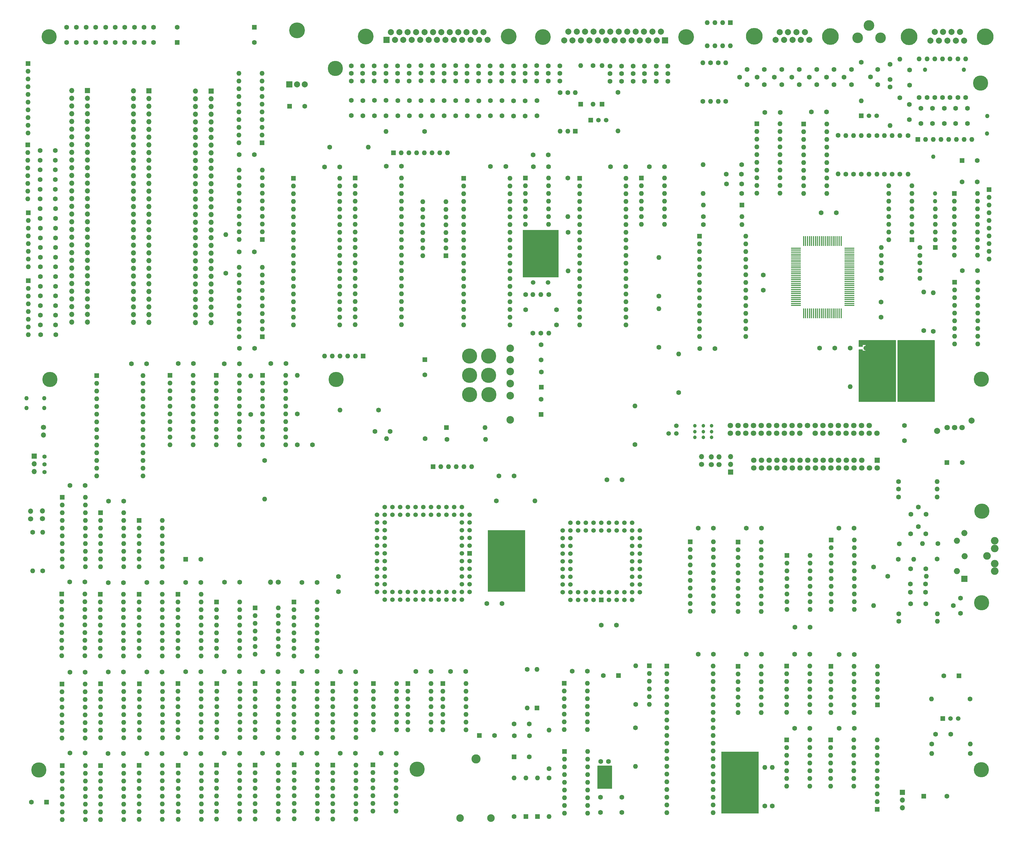
<source format=gbr>
%TF.GenerationSoftware,KiCad,Pcbnew,7.0.6*%
%TF.CreationDate,2023-07-20T11:36:44+01:00*%
%TF.ProjectId,Commodore PC10 III,436f6d6d-6f64-46f7-9265-205043313020,rev?*%
%TF.SameCoordinates,Original*%
%TF.FileFunction,Soldermask,Top*%
%TF.FilePolarity,Negative*%
%FSLAX46Y46*%
G04 Gerber Fmt 4.6, Leading zero omitted, Abs format (unit mm)*
G04 Created by KiCad (PCBNEW 7.0.6) date 2023-07-20 11:36:44*
%MOMM*%
%LPD*%
G01*
G04 APERTURE LIST*
G04 Aperture macros list*
%AMRoundRect*
0 Rectangle with rounded corners*
0 $1 Rounding radius*
0 $2 $3 $4 $5 $6 $7 $8 $9 X,Y pos of 4 corners*
0 Add a 4 corners polygon primitive as box body*
4,1,4,$2,$3,$4,$5,$6,$7,$8,$9,$2,$3,0*
0 Add four circle primitives for the rounded corners*
1,1,$1+$1,$2,$3*
1,1,$1+$1,$4,$5*
1,1,$1+$1,$6,$7*
1,1,$1+$1,$8,$9*
0 Add four rect primitives between the rounded corners*
20,1,$1+$1,$2,$3,$4,$5,0*
20,1,$1+$1,$4,$5,$6,$7,0*
20,1,$1+$1,$6,$7,$8,$9,0*
20,1,$1+$1,$8,$9,$2,$3,0*%
G04 Aperture macros list end*
%ADD10C,0.150000*%
%ADD11C,1.600000*%
%ADD12O,1.600000X1.600000*%
%ADD13C,5.000000*%
%ADD14R,1.600000X1.600000*%
%ADD15C,1.700000*%
%ADD16O,1.700000X1.700000*%
%ADD17R,1.700000X1.700000*%
%ADD18C,2.500000*%
%ADD19C,3.000000*%
%ADD20O,1.400000X1.400000*%
%ADD21R,2.000000X2.000000*%
%ADD22C,5.200000*%
%ADD23C,2.000000*%
%ADD24C,1.400000*%
%ADD25R,1.500000X1.500000*%
%ADD26C,1.500000*%
%ADD27C,5.500000*%
%ADD28C,3.500000*%
%ADD29C,1.200000*%
%ADD30O,2.000000X2.000000*%
%ADD31O,2.500000X2.500000*%
%ADD32C,1.800000*%
%ADD33RoundRect,0.100000X1.512500X0.100000X-1.512500X0.100000X-1.512500X-0.100000X1.512500X-0.100000X0*%
%ADD34RoundRect,0.100000X-0.100000X1.512500X-0.100000X-1.512500X0.100000X-1.512500X0.100000X1.512500X0*%
%ADD35R,1.800000X1.800000*%
G04 APERTURE END LIST*
D10*
X406140000Y-173750000D02*
X415330000Y-173750000D01*
X415330000Y-176410000D01*
X406140000Y-176410000D01*
X406140000Y-173750000D01*
G36*
X406140000Y-173750000D02*
G01*
X415330000Y-173750000D01*
X415330000Y-176410000D01*
X406140000Y-176410000D01*
X406140000Y-173750000D01*
G37*
G36*
X293260000Y-136260000D02*
G01*
X305020000Y-136260000D01*
X305020000Y-151840000D01*
X293260000Y-151840000D01*
X293260000Y-136260000D01*
G37*
X403910000Y-172620000D02*
X414660000Y-172620000D01*
X414660000Y-174050000D01*
X403910000Y-174050000D01*
X403910000Y-172620000D01*
G36*
X403910000Y-172620000D02*
G01*
X414660000Y-172620000D01*
X414660000Y-174050000D01*
X403910000Y-174050000D01*
X403910000Y-172620000D01*
G37*
G36*
X281700000Y-235090000D02*
G01*
X293990000Y-235090000D01*
X293990000Y-255360000D01*
X281700000Y-255360000D01*
X281700000Y-235090000D01*
G37*
X403910000Y-174050000D02*
X405070000Y-174050000D01*
X405070000Y-174640000D01*
X403910000Y-174640000D01*
X403910000Y-174050000D01*
G36*
X403910000Y-174050000D02*
G01*
X405070000Y-174050000D01*
X405070000Y-174640000D01*
X403910000Y-174640000D01*
X403910000Y-174050000D01*
G37*
X317840000Y-312670000D02*
X322550000Y-312670000D01*
X322550000Y-320130000D01*
X317840000Y-320130000D01*
X317840000Y-312670000D01*
G36*
X317840000Y-312670000D02*
G01*
X322550000Y-312670000D01*
X322550000Y-320130000D01*
X317840000Y-320130000D01*
X317840000Y-312670000D01*
G37*
X403890000Y-176120000D02*
X416030000Y-176120000D01*
X416030000Y-192770000D01*
X403890000Y-192770000D01*
X403890000Y-176120000D01*
G36*
X403890000Y-176120000D02*
G01*
X416030000Y-176120000D01*
X416030000Y-192770000D01*
X403890000Y-192770000D01*
X403890000Y-176120000D01*
G37*
X403890000Y-175640000D02*
X405090000Y-175640000D01*
X405090000Y-176120000D01*
X403890000Y-176120000D01*
X403890000Y-175640000D01*
G36*
X403890000Y-175640000D02*
G01*
X405090000Y-175640000D01*
X405090000Y-176120000D01*
X403890000Y-176120000D01*
X403890000Y-175640000D01*
G37*
X416650000Y-172650000D02*
X428790000Y-172650000D01*
X428790000Y-192770000D01*
X416650000Y-192770000D01*
X416650000Y-172650000D01*
G36*
X416650000Y-172650000D02*
G01*
X428790000Y-172650000D01*
X428790000Y-192770000D01*
X416650000Y-192770000D01*
X416650000Y-172650000D01*
G37*
X414660000Y-172620000D02*
X416030000Y-172620000D01*
X416030000Y-176120000D01*
X414660000Y-176120000D01*
X414660000Y-172620000D01*
G36*
X414660000Y-172620000D02*
G01*
X416030000Y-172620000D01*
X416030000Y-176120000D01*
X414660000Y-176120000D01*
X414660000Y-172620000D01*
G37*
G36*
X358605000Y-308020000D02*
G01*
X370895000Y-308020000D01*
X370895000Y-328290000D01*
X358605000Y-328290000D01*
X358605000Y-308020000D01*
G37*
D11*
%TO.C,R625*%
X411240000Y-149700000D03*
D12*
X423940000Y-149700000D03*
%TD*%
D13*
%TO.C,*%
X444330000Y-228830000D03*
%TD*%
D14*
%TO.C,C403*%
X290345000Y-309725000D03*
D11*
X295345000Y-309725000D03*
%TD*%
%TO.C,EMI405*%
X282500000Y-87270000D03*
X282500000Y-84730000D03*
X282500000Y-82270000D03*
%TD*%
%TO.C,EMI424*%
X333310000Y-87370000D03*
X333310000Y-84830000D03*
X333310000Y-82370000D03*
%TD*%
D14*
%TO.C,U202*%
X394720000Y-238280000D03*
D12*
X394720000Y-240820000D03*
X394720000Y-243360000D03*
X394720000Y-245900000D03*
X394720000Y-248440000D03*
X394720000Y-250980000D03*
X394720000Y-253520000D03*
X394720000Y-256060000D03*
X394720000Y-258600000D03*
X394720000Y-261140000D03*
X402340000Y-261140000D03*
X402340000Y-258600000D03*
X402340000Y-256060000D03*
X402340000Y-253520000D03*
X402340000Y-250980000D03*
X402340000Y-248440000D03*
X402340000Y-245900000D03*
X402340000Y-243360000D03*
X402340000Y-240820000D03*
X402340000Y-238280000D03*
%TD*%
D11*
%TO.C,R503*%
X203650000Y-196990000D03*
D12*
X203650000Y-184290000D03*
%TD*%
D11*
%TO.C,EMI416*%
X240520000Y-87260000D03*
X240520000Y-84720000D03*
X240520000Y-82260000D03*
%TD*%
D14*
%TO.C,U606*%
X435400000Y-153520000D03*
D12*
X435400000Y-156060000D03*
X435400000Y-158600000D03*
X435400000Y-161140000D03*
X435400000Y-163680000D03*
X435400000Y-166220000D03*
X435400000Y-168760000D03*
X435400000Y-171300000D03*
X435400000Y-173840000D03*
X443020000Y-173840000D03*
X443020000Y-171300000D03*
X443020000Y-168760000D03*
X443020000Y-166220000D03*
X443020000Y-163680000D03*
X443020000Y-161140000D03*
X443020000Y-158600000D03*
X443020000Y-156060000D03*
X443020000Y-153520000D03*
%TD*%
D15*
%TO.C,JMP205*%
X135430000Y-201240000D03*
D16*
X135430000Y-203780000D03*
%TD*%
D14*
%TO.C,RP503*%
X130420000Y-130630000D03*
D12*
X130420000Y-133170000D03*
X130420000Y-135710000D03*
X130420000Y-138250000D03*
X130420000Y-140790000D03*
X130420000Y-143330000D03*
X130420000Y-145870000D03*
X130420000Y-148410000D03*
%TD*%
D11*
%TO.C,EMI408*%
X271110000Y-87230000D03*
X271110000Y-84690000D03*
X271110000Y-82230000D03*
%TD*%
%TO.C,C512*%
X146260000Y-74540000D03*
X146260000Y-69540000D03*
%TD*%
%TO.C,C753*%
X274410000Y-281580000D03*
X269410000Y-281580000D03*
%TD*%
D14*
%TO.C,U102*%
X217670000Y-119250000D03*
D12*
X217670000Y-121790000D03*
X217670000Y-124330000D03*
X217670000Y-126870000D03*
X217670000Y-129410000D03*
X217670000Y-131950000D03*
X217670000Y-134490000D03*
X217670000Y-137030000D03*
X217670000Y-139570000D03*
X217670000Y-142110000D03*
X217670000Y-144650000D03*
X217670000Y-147190000D03*
X217670000Y-149730000D03*
X217670000Y-152270000D03*
X217670000Y-154810000D03*
X217670000Y-157350000D03*
X217670000Y-159890000D03*
X217670000Y-162430000D03*
X217670000Y-164970000D03*
X217670000Y-167510000D03*
X232910000Y-167510000D03*
X232910000Y-164970000D03*
X232910000Y-162430000D03*
X232910000Y-159890000D03*
X232910000Y-157350000D03*
X232910000Y-154810000D03*
X232910000Y-152270000D03*
X232910000Y-149730000D03*
X232910000Y-147190000D03*
X232910000Y-144650000D03*
X232910000Y-142110000D03*
X232910000Y-139570000D03*
X232910000Y-137030000D03*
X232910000Y-134490000D03*
X232910000Y-131950000D03*
X232910000Y-129410000D03*
X232910000Y-126870000D03*
X232910000Y-124330000D03*
X232910000Y-121790000D03*
X232910000Y-119250000D03*
%TD*%
D11*
%TO.C,C539*%
X134300000Y-113320000D03*
X139300000Y-113320000D03*
%TD*%
%TO.C,R207*%
X375390000Y-325840000D03*
D12*
X375390000Y-313140000D03*
%TD*%
D16*
%TO.C,JMP268*%
X361620000Y-210900000D03*
X361620000Y-213440000D03*
D17*
X361620000Y-215980000D03*
%TD*%
D11*
%TO.C,C776*%
X282600000Y-115340000D03*
X287600000Y-115340000D03*
%TD*%
%TO.C,C103*%
X429110000Y-302210000D03*
X434110000Y-302210000D03*
%TD*%
%TO.C,C418*%
X259720000Y-98680000D03*
X259720000Y-93680000D03*
%TD*%
%TO.C,FB604*%
X426290000Y-92660000D03*
D12*
X426290000Y-79960000D03*
%TD*%
D11*
%TO.C,C718*%
X371790000Y-275930000D03*
X366790000Y-275930000D03*
%TD*%
%TO.C,R106*%
X408700000Y-247180000D03*
D12*
X408700000Y-259880000D03*
%TD*%
D11*
%TO.C,C772*%
X393190000Y-97450000D03*
X388190000Y-97450000D03*
%TD*%
%TO.C,C757*%
X334870000Y-115450000D03*
X339870000Y-115450000D03*
%TD*%
%TO.C,R204*%
X416920000Y-221590000D03*
D12*
X429620000Y-221590000D03*
%TD*%
D11*
%TO.C,C517*%
X162130000Y-74540000D03*
X162130000Y-69540000D03*
%TD*%
%TO.C,R103*%
X416980000Y-265100000D03*
D12*
X429680000Y-265100000D03*
%TD*%
D14*
%TO.C,OSC601*%
X426530000Y-190330000D03*
D11*
X426530000Y-175090000D03*
X418910000Y-175090000D03*
X418910000Y-190330000D03*
%TD*%
D13*
%TO.C,*%
X444200000Y-185390000D03*
%TD*%
D17*
%TO.C,JMP204*%
X132380000Y-210745000D03*
D16*
X132380000Y-213285000D03*
X132380000Y-215825000D03*
%TD*%
D18*
%TO.C,BT601*%
X272580000Y-329835000D03*
X282710000Y-329835000D03*
D19*
X277790000Y-310375000D03*
%TD*%
D11*
%TO.C,R501*%
X268220000Y-205170000D03*
D12*
X280920000Y-205170000D03*
%TD*%
D11*
%TO.C,C705*%
X199910000Y-175240000D03*
X204910000Y-175240000D03*
%TD*%
D13*
%TO.C,*%
X231530000Y-83120000D03*
%TD*%
D11*
%TO.C,C105*%
X425800000Y-252760000D03*
X420800000Y-252760000D03*
%TD*%
%TO.C,C536*%
X134330000Y-122890000D03*
X139330000Y-122890000D03*
%TD*%
%TO.C,EMI411*%
X259680000Y-87210000D03*
X259680000Y-84670000D03*
X259680000Y-82210000D03*
%TD*%
%TO.C,EMI612*%
X401415000Y-88490000D03*
X398995000Y-85970000D03*
X401415000Y-83490000D03*
%TD*%
D14*
%TO.C,CR404*%
X312310000Y-94850000D03*
D12*
X312310000Y-82150000D03*
%TD*%
D11*
%TO.C,EMI613*%
X395655000Y-88490000D03*
X393235000Y-85970000D03*
X395655000Y-83490000D03*
%TD*%
D20*
%TO.C,*%
X428930000Y-126800000D03*
%TD*%
D11*
%TO.C,EMI415*%
X244320000Y-87260000D03*
X244320000Y-84720000D03*
X244320000Y-82260000D03*
%TD*%
%TO.C,EMI420*%
X325740000Y-87370000D03*
X325740000Y-84830000D03*
X325740000Y-82370000D03*
%TD*%
D15*
%TO.C,CN504*%
X135040000Y-231305000D03*
D16*
X135040000Y-228765000D03*
%TD*%
D11*
%TO.C,EMI407*%
X274890000Y-87240000D03*
X274890000Y-84700000D03*
X274890000Y-82240000D03*
%TD*%
D21*
%TO.C,VR501*%
X216390000Y-88410000D03*
D22*
X218930000Y-70570000D03*
D23*
X218930000Y-88410000D03*
X221390000Y-88410000D03*
%TD*%
D14*
%TO.C,U323*%
X166900000Y-256220000D03*
D12*
X166900000Y-258760000D03*
X166900000Y-261300000D03*
X166900000Y-263840000D03*
X166900000Y-266380000D03*
X166900000Y-268920000D03*
X166900000Y-271460000D03*
X166900000Y-274000000D03*
X166900000Y-276540000D03*
X174520000Y-276540000D03*
X174520000Y-274000000D03*
X174520000Y-271460000D03*
X174520000Y-268920000D03*
X174520000Y-266380000D03*
X174520000Y-263840000D03*
X174520000Y-261300000D03*
X174520000Y-258760000D03*
X174520000Y-256220000D03*
%TD*%
D11*
%TO.C,C707*%
X199920000Y-180320000D03*
X194920000Y-180320000D03*
%TD*%
D14*
%TO.C,U405*%
X332280000Y-119170000D03*
D12*
X332280000Y-121710000D03*
X332280000Y-124250000D03*
X332280000Y-126790000D03*
X332280000Y-129330000D03*
X332280000Y-131870000D03*
X332280000Y-134410000D03*
X339900000Y-134410000D03*
X339900000Y-131870000D03*
X339900000Y-129330000D03*
X339900000Y-126790000D03*
X339900000Y-124250000D03*
X339900000Y-121710000D03*
X339900000Y-119170000D03*
%TD*%
D15*
%TO.C,CN203*%
X131180000Y-231335000D03*
D16*
X131180000Y-228795000D03*
%TD*%
D14*
%TO.C,RP505*%
X130340000Y-81520000D03*
D12*
X130340000Y-84060000D03*
X130340000Y-86600000D03*
X130340000Y-89140000D03*
X130340000Y-91680000D03*
X130340000Y-94220000D03*
X130340000Y-96760000D03*
X130340000Y-99300000D03*
X130340000Y-101840000D03*
X130340000Y-104380000D03*
%TD*%
D14*
%TO.C,C501*%
X260965000Y-178975000D03*
D11*
X260965000Y-183975000D03*
%TD*%
D24*
%TO.C,TP2*%
X135730000Y-213430000D03*
%TD*%
D11*
%TO.C,C736*%
X156780000Y-281730000D03*
X161780000Y-281730000D03*
%TD*%
%TO.C,C762*%
X322090000Y-115440000D03*
X327090000Y-115440000D03*
%TD*%
D25*
%TO.C,U101*%
X275730000Y-242680000D03*
D26*
X273190000Y-242680000D03*
X275730000Y-240140000D03*
X273190000Y-240140000D03*
X275730000Y-237600000D03*
X273190000Y-237600000D03*
X275730000Y-235060000D03*
X273190000Y-235060000D03*
X275730000Y-232520000D03*
X273190000Y-232520000D03*
X275730000Y-229980000D03*
X273190000Y-227440000D03*
X273190000Y-229980000D03*
X270650000Y-227440000D03*
X270650000Y-229980000D03*
X268110000Y-227440000D03*
X268110000Y-229980000D03*
X265570000Y-227440000D03*
X265570000Y-229980000D03*
X263030000Y-227440000D03*
X263030000Y-229980000D03*
X260490000Y-227440000D03*
X260490000Y-229980000D03*
X257950000Y-227440000D03*
X257950000Y-229980000D03*
X255410000Y-227440000D03*
X255410000Y-229980000D03*
X252870000Y-227440000D03*
X252870000Y-229980000D03*
X250330000Y-227440000D03*
X250330000Y-229980000D03*
X247790000Y-227440000D03*
X245250000Y-229980000D03*
X247790000Y-229980000D03*
X245250000Y-232520000D03*
X247790000Y-232520000D03*
X245250000Y-235060000D03*
X247790000Y-235060000D03*
X245250000Y-237600000D03*
X247790000Y-237600000D03*
X245250000Y-240140000D03*
X247790000Y-240140000D03*
X245250000Y-242680000D03*
X247790000Y-242680000D03*
X245250000Y-245220000D03*
X247790000Y-245220000D03*
X245250000Y-247760000D03*
X247790000Y-247760000D03*
X245250000Y-250300000D03*
X247790000Y-250300000D03*
X245250000Y-252840000D03*
X247790000Y-252840000D03*
X245250000Y-255380000D03*
X247790000Y-257920000D03*
X247790000Y-255380000D03*
X250330000Y-257920000D03*
X250330000Y-255380000D03*
X252870000Y-257920000D03*
X252870000Y-255380000D03*
X255410000Y-257920000D03*
X255410000Y-255380000D03*
X257950000Y-257920000D03*
X257950000Y-255380000D03*
X260490000Y-257920000D03*
X260490000Y-255380000D03*
X263030000Y-257920000D03*
X263030000Y-255380000D03*
X265570000Y-257920000D03*
X265570000Y-255380000D03*
X268110000Y-257920000D03*
X268110000Y-255380000D03*
X270650000Y-257920000D03*
X270650000Y-255380000D03*
X273190000Y-257920000D03*
X275730000Y-255380000D03*
X273190000Y-255380000D03*
X275730000Y-252840000D03*
X273190000Y-252840000D03*
X275730000Y-250300000D03*
X273190000Y-250300000D03*
X275730000Y-247760000D03*
X273190000Y-247760000D03*
X275730000Y-245220000D03*
X273190000Y-245220000D03*
%TD*%
D14*
%TO.C,U104*%
X207380000Y-107610000D03*
D12*
X207380000Y-105070000D03*
X207380000Y-102530000D03*
X207380000Y-99990000D03*
X207380000Y-97450000D03*
X207380000Y-94910000D03*
X207380000Y-92370000D03*
X207380000Y-89830000D03*
X207380000Y-87290000D03*
X207380000Y-84750000D03*
X199760000Y-84750000D03*
X199760000Y-87290000D03*
X199760000Y-89830000D03*
X199760000Y-92370000D03*
X199760000Y-94910000D03*
X199760000Y-97450000D03*
X199760000Y-99990000D03*
X199760000Y-102530000D03*
X199760000Y-105070000D03*
X199760000Y-107610000D03*
%TD*%
D11*
%TO.C,C708*%
X215260000Y-180210000D03*
X210260000Y-180210000D03*
%TD*%
%TO.C,C704*%
X199850000Y-111450000D03*
X204850000Y-111450000D03*
%TD*%
%TO.C,C742*%
X233170000Y-281640000D03*
X238170000Y-281640000D03*
%TD*%
%TO.C,C415*%
X271160000Y-98740000D03*
X271160000Y-93740000D03*
%TD*%
%TO.C,C605*%
X439640000Y-96270000D03*
X439640000Y-101270000D03*
%TD*%
D23*
%TO.C,CN601*%
X438540000Y-73960000D03*
X435770000Y-73960000D03*
X433000000Y-73960000D03*
X430230000Y-73960000D03*
X427460000Y-73960000D03*
X437155000Y-71120000D03*
X434385000Y-71120000D03*
D27*
X445480000Y-72700000D03*
D23*
X431615000Y-71120000D03*
D27*
X420370000Y-72690000D03*
D23*
X428845000Y-71120000D03*
%TD*%
D28*
%TO.C,CN603*%
X411000000Y-73030000D03*
X407190000Y-69020000D03*
X403500000Y-73030000D03*
%TD*%
D24*
%TO.C,TP3*%
X135740000Y-210880000D03*
%TD*%
D14*
%TO.C,U401*%
X306960000Y-307930000D03*
D12*
X306960000Y-310470000D03*
X306960000Y-313010000D03*
X306960000Y-315550000D03*
X306960000Y-318090000D03*
X306960000Y-320630000D03*
X306960000Y-323170000D03*
X306960000Y-325710000D03*
X306960000Y-328250000D03*
X314580000Y-328250000D03*
X314580000Y-325710000D03*
X314580000Y-323170000D03*
X314580000Y-320630000D03*
X314580000Y-318090000D03*
X314580000Y-315550000D03*
X314580000Y-313010000D03*
X314580000Y-310470000D03*
X314580000Y-307930000D03*
%TD*%
D11*
%TO.C,R644*%
X316350000Y-82180000D03*
D12*
X316350000Y-94880000D03*
%TD*%
D11*
%TO.C,C803*%
X325890000Y-218510000D03*
X320890000Y-218510000D03*
%TD*%
%TO.C,C748*%
X314470000Y-281500000D03*
X309470000Y-281500000D03*
%TD*%
D13*
%TO.C,*%
X443950000Y-87940000D03*
%TD*%
D14*
%TO.C,C545*%
X436790000Y-282990000D03*
D11*
X431790000Y-282990000D03*
%TD*%
D25*
%TO.C,U602*%
X319030000Y-258020000D03*
D26*
X319030000Y-255480000D03*
X321570000Y-258020000D03*
X321570000Y-255480000D03*
X324110000Y-258020000D03*
X324110000Y-255480000D03*
X326650000Y-258020000D03*
X326650000Y-255480000D03*
X329190000Y-258020000D03*
X331730000Y-255480000D03*
X329190000Y-255480000D03*
X331730000Y-252940000D03*
X329190000Y-252940000D03*
X331730000Y-250400000D03*
X329190000Y-250400000D03*
X331730000Y-247860000D03*
X329190000Y-247860000D03*
X331730000Y-245320000D03*
X329190000Y-245320000D03*
X331730000Y-242780000D03*
X329190000Y-242780000D03*
X331730000Y-240240000D03*
X329190000Y-240240000D03*
X331730000Y-237700000D03*
X329190000Y-237700000D03*
X331730000Y-235160000D03*
X329190000Y-232620000D03*
X329190000Y-235160000D03*
X326650000Y-232620000D03*
X326650000Y-235160000D03*
X324110000Y-232620000D03*
X324110000Y-235160000D03*
X321570000Y-232620000D03*
X321570000Y-235160000D03*
X319030000Y-232620000D03*
X319030000Y-235160000D03*
X316490000Y-232620000D03*
X316490000Y-235160000D03*
X313950000Y-232620000D03*
X313950000Y-235160000D03*
X311410000Y-232620000D03*
X311410000Y-235160000D03*
X308870000Y-232620000D03*
X306330000Y-235160000D03*
X308870000Y-235160000D03*
X306330000Y-237700000D03*
X308870000Y-237700000D03*
X306330000Y-240240000D03*
X308870000Y-240240000D03*
X306330000Y-242780000D03*
X308870000Y-242780000D03*
X306330000Y-245320000D03*
X308870000Y-245320000D03*
X306330000Y-247860000D03*
X308870000Y-247860000D03*
X306330000Y-250400000D03*
X308870000Y-250400000D03*
X306330000Y-252940000D03*
X308870000Y-252940000D03*
X306330000Y-255480000D03*
X308870000Y-258020000D03*
X308870000Y-255480000D03*
X311410000Y-258020000D03*
X311410000Y-255480000D03*
X313950000Y-258020000D03*
X313950000Y-255480000D03*
X316490000Y-258020000D03*
X316490000Y-255480000D03*
%TD*%
D11*
%TO.C,R203*%
X330350000Y-300150000D03*
D12*
X330350000Y-312850000D03*
%TD*%
D11*
%TO.C,EMI403*%
X290160000Y-87250000D03*
X290160000Y-84710000D03*
X290160000Y-82250000D03*
%TD*%
D13*
%TO.C,*%
X137300000Y-72680000D03*
%TD*%
D11*
%TO.C,EMI105*%
X437340000Y-262440000D03*
X434920000Y-259920000D03*
X437340000Y-257440000D03*
%TD*%
%TO.C,C715*%
X402340000Y-300290000D03*
X397340000Y-300290000D03*
%TD*%
%TO.C,C717*%
X387740000Y-275930000D03*
X382740000Y-275930000D03*
%TD*%
%TO.C,FB602*%
X428340000Y-169660000D03*
D12*
X428340000Y-156960000D03*
%TD*%
D14*
%TO.C,U107*%
X192340000Y-184140000D03*
D12*
X192340000Y-186680000D03*
X192340000Y-189220000D03*
X192340000Y-191760000D03*
X192340000Y-194300000D03*
X192340000Y-196840000D03*
X192340000Y-199380000D03*
X192340000Y-201920000D03*
X192340000Y-204460000D03*
X192340000Y-207000000D03*
X199960000Y-207000000D03*
X199960000Y-204460000D03*
X199960000Y-201920000D03*
X199960000Y-199380000D03*
X199960000Y-196840000D03*
X199960000Y-194300000D03*
X199960000Y-191760000D03*
X199960000Y-189220000D03*
X199960000Y-186680000D03*
X199960000Y-184140000D03*
%TD*%
D11*
%TO.C,C518*%
X165340000Y-74540000D03*
X165340000Y-69540000D03*
%TD*%
D14*
%TO.C,RP301*%
X166890000Y-231915000D03*
D12*
X166890000Y-234455000D03*
X166890000Y-236995000D03*
X166890000Y-239535000D03*
X166890000Y-242075000D03*
X166890000Y-244615000D03*
X166890000Y-247155000D03*
X174510000Y-247155000D03*
X174510000Y-244615000D03*
X174510000Y-242075000D03*
X174510000Y-239535000D03*
X174510000Y-236995000D03*
X174510000Y-234455000D03*
X174510000Y-231915000D03*
%TD*%
D11*
%TO.C,R413*%
X338010000Y-158050000D03*
D12*
X338010000Y-145350000D03*
%TD*%
D11*
%TO.C,EMI607*%
X367015000Y-88490000D03*
X364595000Y-85970000D03*
X367015000Y-83490000D03*
%TD*%
%TO.C,C516*%
X159000000Y-74540000D03*
X159000000Y-69540000D03*
%TD*%
%TO.C,C513*%
X143040000Y-74540000D03*
X143040000Y-69540000D03*
%TD*%
%TO.C,C774*%
X437940000Y-149680000D03*
X442940000Y-149680000D03*
%TD*%
%TO.C,C411*%
X286370000Y-98740000D03*
X286370000Y-93740000D03*
%TD*%
%TO.C,C530*%
X134370000Y-142040000D03*
X139370000Y-142040000D03*
%TD*%
%TO.C,C769*%
X411170000Y-159990000D03*
X411170000Y-164990000D03*
%TD*%
D14*
%TO.C,OSC602*%
X413770000Y-190360000D03*
D11*
X413770000Y-175120000D03*
X406150000Y-175120000D03*
X406150000Y-190360000D03*
%TD*%
%TO.C,*%
X429620000Y-244610000D03*
%TD*%
%TO.C,EMI419*%
X321930000Y-87370000D03*
X321930000Y-84830000D03*
X321930000Y-82370000D03*
%TD*%
%TO.C,EMI422*%
X337160000Y-87370000D03*
X337160000Y-84830000D03*
X337160000Y-82370000D03*
%TD*%
%TO.C,C110*%
X290330000Y-217220000D03*
X285330000Y-217220000D03*
%TD*%
D15*
%TO.C,JMP101*%
X212705000Y-252210000D03*
D16*
X210165000Y-252210000D03*
%TD*%
D11*
%TO.C,R640*%
X425220000Y-169380000D03*
D12*
X425220000Y-156680000D03*
%TD*%
D11*
%TO.C,C731*%
X194970000Y-308510000D03*
X199970000Y-308510000D03*
%TD*%
D14*
%TO.C,U607*%
X351430000Y-138360000D03*
D12*
X351430000Y-140900000D03*
X351430000Y-143440000D03*
X351430000Y-145980000D03*
X351430000Y-148520000D03*
X351430000Y-151060000D03*
X351430000Y-153600000D03*
X351430000Y-156140000D03*
X351430000Y-158680000D03*
X351430000Y-161220000D03*
X351430000Y-163760000D03*
X351430000Y-166300000D03*
X351430000Y-168840000D03*
X351430000Y-171380000D03*
X366670000Y-171380000D03*
X366670000Y-168840000D03*
X366670000Y-166300000D03*
X366670000Y-163760000D03*
X366670000Y-161220000D03*
X366670000Y-158680000D03*
X366670000Y-156140000D03*
X366670000Y-153600000D03*
X366670000Y-151060000D03*
X366670000Y-148520000D03*
X366670000Y-145980000D03*
X366670000Y-143440000D03*
X366670000Y-140900000D03*
X366670000Y-138360000D03*
%TD*%
D11*
%TO.C,FB102*%
X429845000Y-239510000D03*
D12*
X424765000Y-239510000D03*
%TD*%
D11*
%TO.C,FB103*%
X416865000Y-244630000D03*
D12*
X421945000Y-244630000D03*
%TD*%
D14*
%TO.C,RP605*%
X429020000Y-142070000D03*
D12*
X429020000Y-139530000D03*
X429020000Y-136990000D03*
X429020000Y-134450000D03*
X429020000Y-131910000D03*
X429020000Y-129370000D03*
%TD*%
D11*
%TO.C,C802*%
X324010000Y-266300000D03*
X319010000Y-266300000D03*
%TD*%
%TO.C,C775*%
X281400000Y-259200000D03*
X286400000Y-259200000D03*
%TD*%
%TO.C,C527*%
X134410000Y-151620000D03*
X139410000Y-151620000D03*
%TD*%
%TO.C,C741*%
X220460000Y-281600000D03*
X225460000Y-281600000D03*
%TD*%
D14*
%TO.C,RP102*%
X263680000Y-214160000D03*
D12*
X266220000Y-214160000D03*
X268760000Y-214160000D03*
X271300000Y-214160000D03*
X273840000Y-214160000D03*
X276380000Y-214160000D03*
%TD*%
D11*
%TO.C,C766*%
X390960000Y-175170000D03*
X395960000Y-175170000D03*
%TD*%
%TO.C,R411*%
X301830000Y-313620000D03*
D12*
X301830000Y-300920000D03*
%TD*%
D22*
%TO.C,CN402*%
X299860000Y-72760000D03*
D21*
X340080000Y-73870000D03*
D22*
X346960000Y-72760000D03*
D23*
X337310000Y-73870000D03*
X334540000Y-73870000D03*
X331770000Y-73870000D03*
X329000000Y-73870000D03*
X326230000Y-73870000D03*
X323460000Y-73870000D03*
X320690000Y-73870000D03*
X317920000Y-73870000D03*
X315150000Y-73870000D03*
X312380000Y-73870000D03*
X309610000Y-73870000D03*
X306840000Y-73870000D03*
X338675000Y-71050000D03*
X335905000Y-71050000D03*
X333135000Y-71050000D03*
X330365000Y-71050000D03*
X327595000Y-71050000D03*
X324825000Y-71050000D03*
X322055000Y-71050000D03*
X319285000Y-71050000D03*
X316515000Y-71050000D03*
X313745000Y-71050000D03*
X310975000Y-71050000D03*
X308205000Y-71050000D03*
%TD*%
D14*
%TO.C,U307*%
X166920000Y-312495000D03*
D12*
X166920000Y-315035000D03*
X166920000Y-317575000D03*
X166920000Y-320115000D03*
X166920000Y-322655000D03*
X166920000Y-325195000D03*
X166920000Y-327735000D03*
X166920000Y-330275000D03*
X174540000Y-330275000D03*
X174540000Y-327735000D03*
X174540000Y-325195000D03*
X174540000Y-322655000D03*
X174540000Y-320115000D03*
X174540000Y-317575000D03*
X174540000Y-315035000D03*
X174540000Y-312495000D03*
%TD*%
D11*
%TO.C,C770*%
X351450000Y-175300000D03*
X356450000Y-175300000D03*
%TD*%
D14*
%TO.C,RP203*%
X409900000Y-326970000D03*
D12*
X409900000Y-324430000D03*
X409900000Y-321890000D03*
X409900000Y-319350000D03*
X409900000Y-316810000D03*
X409900000Y-314270000D03*
X409900000Y-311730000D03*
X409900000Y-309190000D03*
X409900000Y-306650000D03*
X409900000Y-304110000D03*
%TD*%
D11*
%TO.C,R620*%
X404670000Y-117900000D03*
D12*
X404670000Y-105200000D03*
%TD*%
D14*
%TO.C,RP501*%
X334890000Y-279750000D03*
D12*
X334890000Y-282290000D03*
X334890000Y-284830000D03*
X334890000Y-287370000D03*
X334890000Y-289910000D03*
X334890000Y-292450000D03*
%TD*%
D14*
%TO.C,U308*%
X179740000Y-312445000D03*
D12*
X179740000Y-314985000D03*
X179740000Y-317525000D03*
X179740000Y-320065000D03*
X179740000Y-322605000D03*
X179740000Y-325145000D03*
X179740000Y-327685000D03*
X179740000Y-330225000D03*
X187360000Y-330225000D03*
X187360000Y-327685000D03*
X187360000Y-325145000D03*
X187360000Y-322605000D03*
X187360000Y-320065000D03*
X187360000Y-317525000D03*
X187360000Y-314985000D03*
X187360000Y-312445000D03*
%TD*%
D29*
%TO.C,PAD201*%
X355360000Y-204540000D03*
X355360000Y-202670000D03*
X355360000Y-200740000D03*
%TD*%
D11*
%TO.C,R102*%
X440530000Y-308600000D03*
D12*
X427830000Y-308600000D03*
%TD*%
D13*
%TO.C,*%
X444290000Y-258990000D03*
%TD*%
D15*
%TO.C,JMP207*%
X357820000Y-213475000D03*
D16*
X357820000Y-210935000D03*
%TD*%
D13*
%TO.C,*%
X137500000Y-185470000D03*
%TD*%
D11*
%TO.C,EMI421*%
X329570000Y-87370000D03*
X329570000Y-84830000D03*
X329570000Y-82370000D03*
%TD*%
%TO.C,FB201*%
X372920000Y-325850000D03*
D12*
X372920000Y-313150000D03*
%TD*%
D11*
%TO.C,R408*%
X305490000Y-91100000D03*
D12*
X305490000Y-103800000D03*
%TD*%
D14*
%TO.C,U315*%
X166950000Y-285645000D03*
D12*
X166950000Y-288185000D03*
X166950000Y-290725000D03*
X166950000Y-293265000D03*
X166950000Y-295805000D03*
X166950000Y-298345000D03*
X166950000Y-300885000D03*
X166950000Y-303425000D03*
X174570000Y-303425000D03*
X174570000Y-300885000D03*
X174570000Y-298345000D03*
X174570000Y-295805000D03*
X174570000Y-293265000D03*
X174570000Y-290725000D03*
X174570000Y-288185000D03*
X174570000Y-285645000D03*
%TD*%
D14*
%TO.C,U324*%
X179680000Y-256210000D03*
D12*
X179680000Y-258750000D03*
X179680000Y-261290000D03*
X179680000Y-263830000D03*
X179680000Y-266370000D03*
X179680000Y-268910000D03*
X179680000Y-271450000D03*
X179680000Y-273990000D03*
X179680000Y-276530000D03*
X187300000Y-276530000D03*
X187300000Y-273990000D03*
X187300000Y-271450000D03*
X187300000Y-268910000D03*
X187300000Y-266370000D03*
X187300000Y-263830000D03*
X187300000Y-261290000D03*
X187300000Y-258750000D03*
X187300000Y-256210000D03*
%TD*%
D11*
%TO.C,R622*%
X420060000Y-105260000D03*
D12*
X420060000Y-117960000D03*
%TD*%
D14*
%TO.C,RP602*%
X421300000Y-139510000D03*
D12*
X421300000Y-136970000D03*
X421300000Y-134430000D03*
X421300000Y-131890000D03*
X421300000Y-129350000D03*
X421300000Y-126810000D03*
X421300000Y-124270000D03*
X421300000Y-121730000D03*
X413680000Y-121730000D03*
X413680000Y-124270000D03*
X413680000Y-126810000D03*
X413680000Y-129350000D03*
X413680000Y-131890000D03*
X413680000Y-134430000D03*
X413680000Y-136970000D03*
X413680000Y-139510000D03*
%TD*%
D14*
%TO.C,CR601*%
X365360000Y-128060000D03*
D12*
X352660000Y-128060000D03*
%TD*%
D11*
%TO.C,EMI409*%
X267290000Y-87230000D03*
X267290000Y-84690000D03*
X267290000Y-82230000D03*
%TD*%
%TO.C,C414*%
X274950000Y-98730000D03*
X274950000Y-93730000D03*
%TD*%
%TO.C,C740*%
X207630000Y-281680000D03*
X212630000Y-281680000D03*
%TD*%
%TO.C,C538*%
X134310000Y-116520000D03*
X139310000Y-116520000D03*
%TD*%
D20*
%TO.C,*%
X135650000Y-191680000D03*
%TD*%
D11*
%TO.C,C106*%
X425830000Y-255460000D03*
X420830000Y-255460000D03*
%TD*%
D14*
%TO.C,U402*%
X311900000Y-119250000D03*
D12*
X311900000Y-121790000D03*
X311900000Y-124330000D03*
X311900000Y-126870000D03*
X311900000Y-129410000D03*
X311900000Y-131950000D03*
X311900000Y-134490000D03*
X311900000Y-137030000D03*
X311900000Y-139570000D03*
X311900000Y-142110000D03*
X311900000Y-144650000D03*
X311900000Y-147190000D03*
X311900000Y-149730000D03*
X311900000Y-152270000D03*
X311900000Y-154810000D03*
X311900000Y-157350000D03*
X311900000Y-159890000D03*
X311900000Y-162430000D03*
X311900000Y-164970000D03*
X311900000Y-167510000D03*
X327140000Y-167510000D03*
X327140000Y-164970000D03*
X327140000Y-162430000D03*
X327140000Y-159890000D03*
X327140000Y-157350000D03*
X327140000Y-154810000D03*
X327140000Y-152270000D03*
X327140000Y-149730000D03*
X327140000Y-147190000D03*
X327140000Y-144650000D03*
X327140000Y-142110000D03*
X327140000Y-139570000D03*
X327140000Y-137030000D03*
X327140000Y-134490000D03*
X327140000Y-131950000D03*
X327140000Y-129410000D03*
X327140000Y-126870000D03*
X327140000Y-124330000D03*
X327140000Y-121790000D03*
X327140000Y-119250000D03*
%TD*%
D11*
%TO.C,C529*%
X134400000Y-145260000D03*
X139400000Y-145260000D03*
%TD*%
%TO.C,C408*%
X297850000Y-98720000D03*
X297850000Y-93720000D03*
%TD*%
D14*
%TO.C,RP202*%
X380170000Y-243360000D03*
D12*
X380170000Y-245900000D03*
X380170000Y-248440000D03*
X380170000Y-250980000D03*
X380170000Y-253520000D03*
X380170000Y-256060000D03*
X380170000Y-258600000D03*
X380170000Y-261140000D03*
X387790000Y-261140000D03*
X387790000Y-258600000D03*
X387790000Y-256060000D03*
X387790000Y-253520000D03*
X387790000Y-250980000D03*
X387790000Y-248440000D03*
X387790000Y-245900000D03*
X387790000Y-243360000D03*
%TD*%
D11*
%TO.C,C735*%
X144110000Y-281800000D03*
X149110000Y-281800000D03*
%TD*%
%TO.C,C514*%
X152600000Y-74540000D03*
X152600000Y-69540000D03*
%TD*%
%TO.C,C604*%
X435760000Y-96270000D03*
X435760000Y-101270000D03*
%TD*%
%TO.C,C761*%
X296640000Y-111560000D03*
X301640000Y-111560000D03*
%TD*%
%TO.C,C422*%
X244400000Y-98660000D03*
X244400000Y-93660000D03*
%TD*%
D14*
%TO.C,U105*%
X207500000Y-171400000D03*
D12*
X207500000Y-168860000D03*
X207500000Y-166320000D03*
X207500000Y-163780000D03*
X207500000Y-161240000D03*
X207500000Y-158700000D03*
X207500000Y-156160000D03*
X207500000Y-153620000D03*
X207500000Y-151080000D03*
X207500000Y-148540000D03*
X199880000Y-148540000D03*
X199880000Y-151080000D03*
X199880000Y-153620000D03*
X199880000Y-156160000D03*
X199880000Y-158700000D03*
X199880000Y-161240000D03*
X199880000Y-163780000D03*
X199880000Y-166320000D03*
X199880000Y-168860000D03*
X199880000Y-171400000D03*
%TD*%
D11*
%TO.C,C760*%
X296690000Y-115430000D03*
X301690000Y-115430000D03*
%TD*%
%TO.C,R639*%
X397030000Y-105170000D03*
D12*
X397030000Y-117870000D03*
%TD*%
D11*
%TO.C,R407*%
X308040000Y-119200000D03*
D12*
X308040000Y-131900000D03*
%TD*%
D11*
%TO.C,R404*%
X301760000Y-157560000D03*
D12*
X301760000Y-170260000D03*
%TD*%
D11*
%TO.C,R401*%
X301830000Y-316640000D03*
D12*
X301830000Y-329340000D03*
%TD*%
D11*
%TO.C,EMI414*%
X248150000Y-87270000D03*
X248150000Y-84730000D03*
X248150000Y-82270000D03*
%TD*%
D20*
%TO.C,*%
X446070000Y-104510000D03*
%TD*%
D11*
%TO.C,C412*%
X282560000Y-98740000D03*
X282560000Y-93740000D03*
%TD*%
%TO.C,R502*%
X195400000Y-150500000D03*
D12*
X195400000Y-137800000D03*
%TD*%
D14*
%TO.C,U106*%
X207440000Y-139440000D03*
D12*
X207440000Y-136900000D03*
X207440000Y-134360000D03*
X207440000Y-131820000D03*
X207440000Y-129280000D03*
X207440000Y-126740000D03*
X207440000Y-124200000D03*
X207440000Y-121660000D03*
X207440000Y-119120000D03*
X207440000Y-116580000D03*
X199820000Y-116580000D03*
X199820000Y-119120000D03*
X199820000Y-121660000D03*
X199820000Y-124200000D03*
X199820000Y-126740000D03*
X199820000Y-129280000D03*
X199820000Y-131820000D03*
X199820000Y-134360000D03*
X199820000Y-136900000D03*
X199820000Y-139440000D03*
%TD*%
D14*
%TO.C,U328*%
X243890000Y-312290000D03*
D12*
X243890000Y-314830000D03*
X243890000Y-317370000D03*
X243890000Y-319910000D03*
X243890000Y-322450000D03*
X243890000Y-324990000D03*
X243890000Y-327530000D03*
X251510000Y-327530000D03*
X251510000Y-324990000D03*
X251510000Y-322450000D03*
X251510000Y-319910000D03*
X251510000Y-317370000D03*
X251510000Y-314830000D03*
X251510000Y-312290000D03*
%TD*%
D11*
%TO.C,C703*%
X253250000Y-115310000D03*
X248250000Y-115310000D03*
%TD*%
%TO.C,C416*%
X267320000Y-98710000D03*
X267320000Y-93710000D03*
%TD*%
%TO.C,C773*%
X437840000Y-120430000D03*
X442840000Y-120430000D03*
%TD*%
D14*
%TO.C,U604*%
X385710000Y-101400000D03*
D12*
X385710000Y-103940000D03*
X385710000Y-106480000D03*
X385710000Y-109020000D03*
X385710000Y-111560000D03*
X385710000Y-114100000D03*
X385710000Y-116640000D03*
X385710000Y-119180000D03*
X385710000Y-121720000D03*
X385710000Y-124260000D03*
X393330000Y-124260000D03*
X393330000Y-121720000D03*
X393330000Y-119180000D03*
X393330000Y-116640000D03*
X393330000Y-114100000D03*
X393330000Y-111560000D03*
X393330000Y-109020000D03*
X393330000Y-106480000D03*
X393330000Y-103940000D03*
X393330000Y-101400000D03*
%TD*%
D20*
%TO.C,*%
X129820000Y-191690000D03*
%TD*%
D14*
%TO.C,U2*%
X364130000Y-279845000D03*
D12*
X364130000Y-282385000D03*
X364130000Y-284925000D03*
X364130000Y-287465000D03*
X364130000Y-290005000D03*
X364130000Y-292545000D03*
X364130000Y-295085000D03*
X371750000Y-295085000D03*
X371750000Y-292545000D03*
X371750000Y-290005000D03*
X371750000Y-287465000D03*
X371750000Y-284925000D03*
X371750000Y-282385000D03*
X371750000Y-279845000D03*
%TD*%
D11*
%TO.C,C747*%
X263000000Y-281560000D03*
X258000000Y-281560000D03*
%TD*%
D14*
%TO.C,CR403*%
X319310000Y-94870000D03*
D12*
X319310000Y-82170000D03*
%TD*%
D11*
%TO.C,R405*%
X299160000Y-170280000D03*
D12*
X299160000Y-157580000D03*
%TD*%
D17*
%TO.C,CN101*%
X418190000Y-321360000D03*
D16*
X418190000Y-323900000D03*
X418190000Y-326440000D03*
%TD*%
D14*
%TO.C,U306*%
X154230000Y-312535000D03*
D12*
X154230000Y-315075000D03*
X154230000Y-317615000D03*
X154230000Y-320155000D03*
X154230000Y-322695000D03*
X154230000Y-325235000D03*
X154230000Y-327775000D03*
X154230000Y-330315000D03*
X161850000Y-330315000D03*
X161850000Y-327775000D03*
X161850000Y-325235000D03*
X161850000Y-322695000D03*
X161850000Y-320155000D03*
X161850000Y-317615000D03*
X161850000Y-315075000D03*
X161850000Y-312535000D03*
%TD*%
D11*
%TO.C,C701*%
X232490000Y-250320000D03*
X232490000Y-255320000D03*
%TD*%
%TO.C,C201*%
X418880000Y-200650000D03*
X418880000Y-205650000D03*
%TD*%
%TO.C,EMI425*%
X301640000Y-87260000D03*
X301640000Y-84720000D03*
X301640000Y-82260000D03*
%TD*%
%TO.C,C706*%
X199860000Y-143460000D03*
X204860000Y-143460000D03*
%TD*%
%TO.C,R643*%
X229650000Y-109020000D03*
D12*
X242350000Y-109020000D03*
%TD*%
D14*
%TO.C,U321*%
X141460000Y-256130000D03*
D12*
X141460000Y-258670000D03*
X141460000Y-261210000D03*
X141460000Y-263750000D03*
X141460000Y-266290000D03*
X141460000Y-268830000D03*
X141460000Y-271370000D03*
X141460000Y-273910000D03*
X141460000Y-276450000D03*
X149080000Y-276450000D03*
X149080000Y-273910000D03*
X149080000Y-271370000D03*
X149080000Y-268830000D03*
X149080000Y-266290000D03*
X149080000Y-263750000D03*
X149080000Y-261210000D03*
X149080000Y-258670000D03*
X149080000Y-256130000D03*
%TD*%
D11*
%TO.C,C723*%
X161840000Y-225540000D03*
X156840000Y-225540000D03*
%TD*%
D20*
%TO.C,*%
X438400000Y-83570000D03*
%TD*%
D14*
%TO.C,RP303*%
X244030000Y-285560000D03*
D12*
X244030000Y-288100000D03*
X244030000Y-290640000D03*
X244030000Y-293180000D03*
X244030000Y-295720000D03*
X244030000Y-298260000D03*
X244030000Y-300800000D03*
X251650000Y-300800000D03*
X251650000Y-298260000D03*
X251650000Y-295720000D03*
X251650000Y-293180000D03*
X251650000Y-290640000D03*
X251650000Y-288100000D03*
X251650000Y-285560000D03*
%TD*%
D11*
%TO.C,R202*%
X330390000Y-292410000D03*
D12*
X330390000Y-279710000D03*
%TD*%
D11*
%TO.C,C726*%
X149150000Y-220380000D03*
X144150000Y-220380000D03*
%TD*%
%TO.C,R642*%
X330110000Y-206940000D03*
D12*
X330110000Y-194240000D03*
%TD*%
D14*
%TO.C,U304*%
X141550000Y-224295000D03*
D12*
X141550000Y-226835000D03*
X141550000Y-229375000D03*
X141550000Y-231915000D03*
X141550000Y-234455000D03*
X141550000Y-236995000D03*
X141550000Y-239535000D03*
X141550000Y-242075000D03*
X141550000Y-244615000D03*
X141550000Y-247155000D03*
X149170000Y-247155000D03*
X149170000Y-244615000D03*
X149170000Y-242075000D03*
X149170000Y-239535000D03*
X149170000Y-236995000D03*
X149170000Y-234455000D03*
X149170000Y-231915000D03*
X149170000Y-229375000D03*
X149170000Y-226835000D03*
X149170000Y-224295000D03*
%TD*%
D14*
%TO.C,C543*%
X278900000Y-302680000D03*
D11*
X283900000Y-302680000D03*
%TD*%
D20*
%TO.C,*%
X129860000Y-194890000D03*
%TD*%
D11*
%TO.C,R604*%
X414800000Y-117960000D03*
D12*
X414800000Y-105260000D03*
%TD*%
D14*
%TO.C,RP302*%
X205070000Y-260635000D03*
D12*
X205070000Y-263175000D03*
X205070000Y-265715000D03*
X205070000Y-268255000D03*
X205070000Y-270795000D03*
X205070000Y-273335000D03*
X205070000Y-275875000D03*
X212690000Y-275875000D03*
X212690000Y-273335000D03*
X212690000Y-270795000D03*
X212690000Y-268255000D03*
X212690000Y-265715000D03*
X212690000Y-263175000D03*
X212690000Y-260635000D03*
%TD*%
D14*
%TO.C,U605*%
X435340000Y-124240000D03*
D12*
X435340000Y-126780000D03*
X435340000Y-129320000D03*
X435340000Y-131860000D03*
X435340000Y-134400000D03*
X435340000Y-136940000D03*
X435340000Y-139480000D03*
X435340000Y-142020000D03*
X435340000Y-144560000D03*
X442960000Y-144560000D03*
X442960000Y-142020000D03*
X442960000Y-139480000D03*
X442960000Y-136940000D03*
X442960000Y-134400000D03*
X442960000Y-131860000D03*
X442960000Y-129320000D03*
X442960000Y-126780000D03*
X442960000Y-124240000D03*
%TD*%
D11*
%TO.C,C800*%
X251590000Y-308480000D03*
X246590000Y-308480000D03*
%TD*%
%TO.C,R617*%
X412270000Y-117960000D03*
D12*
X412270000Y-105260000D03*
%TD*%
D11*
%TO.C,C733*%
X220400000Y-308500000D03*
X225400000Y-308500000D03*
%TD*%
%TO.C,C104*%
X425930000Y-247800000D03*
X420930000Y-247800000D03*
%TD*%
%TO.C,C424*%
X236730000Y-98640000D03*
X236730000Y-93640000D03*
%TD*%
%TO.C,C702*%
X232960000Y-115530000D03*
X227960000Y-115530000D03*
%TD*%
%TO.C,C108*%
X219010000Y-207030000D03*
X224010000Y-207030000D03*
%TD*%
%TO.C,EMI423*%
X341020000Y-87370000D03*
X341020000Y-84830000D03*
X341020000Y-82370000D03*
%TD*%
D14*
%TO.C,C502*%
X136405000Y-324615000D03*
D11*
X131405000Y-324615000D03*
%TD*%
%TO.C,C537*%
X134320000Y-119730000D03*
X139320000Y-119730000D03*
%TD*%
D14*
%TO.C,U206*%
X394610000Y-304080000D03*
D12*
X394610000Y-306620000D03*
X394610000Y-309160000D03*
X394610000Y-311700000D03*
X394610000Y-314240000D03*
X394610000Y-316780000D03*
X394610000Y-319320000D03*
X402230000Y-319320000D03*
X402230000Y-316780000D03*
X402230000Y-314240000D03*
X402230000Y-311700000D03*
X402230000Y-309160000D03*
X402230000Y-306620000D03*
X402230000Y-304080000D03*
%TD*%
D11*
%TO.C,R412*%
X308130000Y-137080000D03*
D12*
X308130000Y-149780000D03*
%TD*%
D11*
%TO.C,R107*%
X411250000Y-152250000D03*
D12*
X423950000Y-152250000D03*
%TD*%
D11*
%TO.C,C768*%
X391470000Y-130650000D03*
X396470000Y-130650000D03*
%TD*%
%TO.C,R205*%
X131870000Y-235780000D03*
D12*
X131870000Y-248480000D03*
%TD*%
D11*
%TO.C,C109*%
X425890000Y-259350000D03*
X420890000Y-259350000D03*
%TD*%
D14*
%TO.C,CR201*%
X297870000Y-293590000D03*
D12*
X297870000Y-280890000D03*
%TD*%
D11*
%TO.C,C712*%
X402290000Y-234400000D03*
X397290000Y-234400000D03*
%TD*%
%TO.C,R105*%
X427830000Y-305430000D03*
D12*
X440530000Y-305430000D03*
%TD*%
D14*
%TO.C,U201*%
X152940000Y-184200000D03*
D12*
X152940000Y-186740000D03*
X152940000Y-189280000D03*
X152940000Y-191820000D03*
X152940000Y-194360000D03*
X152940000Y-196900000D03*
X152940000Y-199440000D03*
X152940000Y-201980000D03*
X152940000Y-204520000D03*
X152940000Y-207060000D03*
X152940000Y-209600000D03*
X152940000Y-212140000D03*
X152940000Y-214680000D03*
X152940000Y-217220000D03*
X168180000Y-217220000D03*
X168180000Y-214680000D03*
X168180000Y-212140000D03*
X168180000Y-209600000D03*
X168180000Y-207060000D03*
X168180000Y-204520000D03*
X168180000Y-201980000D03*
X168180000Y-199440000D03*
X168180000Y-196900000D03*
X168180000Y-194360000D03*
X168180000Y-191820000D03*
X168180000Y-189280000D03*
X168180000Y-186740000D03*
X168180000Y-184200000D03*
%TD*%
D11*
%TO.C,C520*%
X171650000Y-74540000D03*
X171650000Y-69540000D03*
%TD*%
D14*
%TO.C,RP603*%
X423240000Y-106450000D03*
D12*
X425780000Y-106450000D03*
X428320000Y-106450000D03*
X430860000Y-106450000D03*
X433400000Y-106450000D03*
X435940000Y-106450000D03*
X438480000Y-106450000D03*
X441020000Y-106450000D03*
%TD*%
D11*
%TO.C,C508*%
X299250000Y-179050000D03*
X299250000Y-174050000D03*
%TD*%
%TO.C,C202*%
X290320000Y-298840000D03*
X295320000Y-298840000D03*
%TD*%
D29*
%TO.C,PAD202*%
X352630000Y-204540000D03*
X352630000Y-202670000D03*
X352630000Y-200740000D03*
%TD*%
D27*
%TO.C,CN602*%
X394490000Y-72590000D03*
D23*
X376470000Y-73750000D03*
D27*
X369430000Y-72570000D03*
D23*
X379240000Y-73750000D03*
X382010000Y-73750000D03*
X384780000Y-73750000D03*
X387550000Y-73750000D03*
X377780000Y-71220000D03*
X380550000Y-71220000D03*
X383320000Y-71220000D03*
X386090000Y-71220000D03*
%TD*%
D14*
%TO.C,U1*%
X380120000Y-279805000D03*
D12*
X380120000Y-282345000D03*
X380120000Y-284885000D03*
X380120000Y-287425000D03*
X380120000Y-289965000D03*
X380120000Y-292505000D03*
X380120000Y-295045000D03*
X387740000Y-295045000D03*
X387740000Y-292505000D03*
X387740000Y-289965000D03*
X387740000Y-287425000D03*
X387740000Y-284885000D03*
X387740000Y-282345000D03*
X387740000Y-279805000D03*
%TD*%
D26*
%TO.C,Q602*%
X343760000Y-203255000D03*
X341260000Y-203275000D03*
X343760000Y-200685000D03*
%TD*%
D11*
%TO.C,R410*%
X324550000Y-91020000D03*
D12*
X324550000Y-103720000D03*
%TD*%
D11*
%TO.C,C727*%
X144090000Y-308400000D03*
X149090000Y-308400000D03*
%TD*%
%TO.C,C716*%
X387710000Y-300250000D03*
X382710000Y-300250000D03*
%TD*%
D14*
%TO.C,OSC201*%
X360960000Y-310550000D03*
D11*
X360960000Y-325790000D03*
X368580000Y-325790000D03*
X368580000Y-310550000D03*
%TD*%
D15*
%TO.C,JMP206*%
X355260000Y-213475000D03*
D16*
X355260000Y-210935000D03*
%TD*%
D11*
%TO.C,C737*%
X169440000Y-281710000D03*
X174440000Y-281710000D03*
%TD*%
%TO.C,C524*%
X134420000Y-161150000D03*
X139420000Y-161150000D03*
%TD*%
D14*
%TO.C,U305*%
X141570000Y-312530000D03*
D12*
X141570000Y-315070000D03*
X141570000Y-317610000D03*
X141570000Y-320150000D03*
X141570000Y-322690000D03*
X141570000Y-325230000D03*
X141570000Y-327770000D03*
X141570000Y-330310000D03*
X149190000Y-330310000D03*
X149190000Y-327770000D03*
X149190000Y-325230000D03*
X149190000Y-322690000D03*
X149190000Y-320150000D03*
X149190000Y-317610000D03*
X149190000Y-315070000D03*
X149190000Y-312530000D03*
%TD*%
D11*
%TO.C,FB105*%
X261080000Y-204940000D03*
D12*
X248380000Y-204940000D03*
%TD*%
D11*
%TO.C,C413*%
X278730000Y-98750000D03*
X278730000Y-93750000D03*
%TD*%
D14*
%TO.C,C544*%
X324690000Y-282950000D03*
D11*
X319690000Y-282950000D03*
%TD*%
%TO.C,R206*%
X294670000Y-280880000D03*
D12*
X294670000Y-293580000D03*
%TD*%
D14*
%TO.C,U325*%
X255350000Y-285520000D03*
D12*
X255350000Y-288060000D03*
X255350000Y-290600000D03*
X255350000Y-293140000D03*
X255350000Y-295680000D03*
X255350000Y-298220000D03*
X255350000Y-300760000D03*
X262970000Y-300760000D03*
X262970000Y-298220000D03*
X262970000Y-295680000D03*
X262970000Y-293140000D03*
X262970000Y-290600000D03*
X262970000Y-288060000D03*
X262970000Y-285520000D03*
%TD*%
D11*
%TO.C,C739*%
X194950000Y-281670000D03*
X199950000Y-281670000D03*
%TD*%
%TO.C,C771*%
X377940000Y-97560000D03*
X372940000Y-97560000D03*
%TD*%
%TO.C,C521*%
X134480000Y-170740000D03*
X139480000Y-170740000D03*
%TD*%
D20*
%TO.C,*%
X425680000Y-83550000D03*
%TD*%
D14*
%TO.C,CR405*%
X310520000Y-103790000D03*
D12*
X310520000Y-91090000D03*
%TD*%
D11*
%TO.C,C714*%
X355950000Y-234430000D03*
X350950000Y-234430000D03*
%TD*%
%TO.C,C603*%
X420480000Y-95010000D03*
X420480000Y-100010000D03*
%TD*%
%TO.C,C532*%
X134370000Y-135680000D03*
X139370000Y-135680000D03*
%TD*%
D13*
%TO.C,*%
X133850000Y-313980000D03*
%TD*%
D11*
%TO.C,EMI102*%
X420940000Y-236310000D03*
X423460000Y-233890000D03*
X425940000Y-236310000D03*
%TD*%
%TO.C,EMI410*%
X263510000Y-87210000D03*
X263510000Y-84670000D03*
X263510000Y-82210000D03*
%TD*%
%TO.C,R616*%
X360060000Y-93940000D03*
D12*
X360060000Y-81240000D03*
%TD*%
D11*
%TO.C,C713*%
X371800000Y-234440000D03*
X366800000Y-234440000D03*
%TD*%
%TO.C,C724*%
X200040000Y-252240000D03*
X195040000Y-252240000D03*
%TD*%
D14*
%TO.C,C541*%
X432885000Y-212805000D03*
D11*
X437885000Y-212805000D03*
%TD*%
D14*
%TO.C,U310*%
X205110000Y-312380000D03*
D12*
X205110000Y-314920000D03*
X205110000Y-317460000D03*
X205110000Y-320000000D03*
X205110000Y-322540000D03*
X205110000Y-325080000D03*
X205110000Y-327620000D03*
X205110000Y-330160000D03*
X212730000Y-330160000D03*
X212730000Y-327620000D03*
X212730000Y-325080000D03*
X212730000Y-322540000D03*
X212730000Y-320000000D03*
X212730000Y-317460000D03*
X212730000Y-314920000D03*
X212730000Y-312380000D03*
%TD*%
D11*
%TO.C,C401*%
X318780000Y-327960000D03*
X318780000Y-322960000D03*
%TD*%
%TO.C,EMI417*%
X236730000Y-87250000D03*
X236730000Y-84710000D03*
X236730000Y-82250000D03*
%TD*%
%TO.C,EMI404*%
X286320000Y-87250000D03*
X286320000Y-84710000D03*
X286320000Y-82250000D03*
%TD*%
D20*
%TO.C,*%
X135640000Y-194890000D03*
%TD*%
D14*
%TO.C,C505*%
X204795000Y-69565000D03*
D11*
X204795000Y-74565000D03*
%TD*%
%TO.C,R201*%
X416940000Y-224150000D03*
D12*
X429640000Y-224150000D03*
%TD*%
D14*
%TO.C,CR402*%
X294230000Y-329360000D03*
D12*
X294230000Y-316660000D03*
%TD*%
D11*
%TO.C,EMI611*%
X372765000Y-88490000D03*
X370345000Y-85970000D03*
X372765000Y-83490000D03*
%TD*%
%TO.C,EMI413*%
X252020000Y-87240000D03*
X252020000Y-84700000D03*
X252020000Y-82240000D03*
%TD*%
%TO.C,R402*%
X290360000Y-329310000D03*
D12*
X290360000Y-316610000D03*
%TD*%
D11*
%TO.C,R409*%
X308020000Y-91090000D03*
D12*
X308020000Y-103790000D03*
%TD*%
D11*
%TO.C,C535*%
X134340000Y-126070000D03*
X139340000Y-126070000D03*
%TD*%
%TO.C,R627*%
X365280000Y-114780000D03*
D12*
X352580000Y-114780000D03*
%TD*%
D14*
%TO.C,U109*%
X177070000Y-184130000D03*
D12*
X177070000Y-186670000D03*
X177070000Y-189210000D03*
X177070000Y-191750000D03*
X177070000Y-194290000D03*
X177070000Y-196830000D03*
X177070000Y-199370000D03*
X177070000Y-201910000D03*
X177070000Y-204450000D03*
X177070000Y-206990000D03*
X184690000Y-206990000D03*
X184690000Y-204450000D03*
X184690000Y-201910000D03*
X184690000Y-199370000D03*
X184690000Y-196830000D03*
X184690000Y-194290000D03*
X184690000Y-191750000D03*
X184690000Y-189210000D03*
X184690000Y-186670000D03*
X184690000Y-184130000D03*
%TD*%
D14*
%TO.C,U603*%
X370310000Y-101330000D03*
D12*
X370310000Y-103870000D03*
X370310000Y-106410000D03*
X370310000Y-108950000D03*
X370310000Y-111490000D03*
X370310000Y-114030000D03*
X370310000Y-116570000D03*
X370310000Y-119110000D03*
X370310000Y-121650000D03*
X370310000Y-124190000D03*
X377930000Y-124190000D03*
X377930000Y-121650000D03*
X377930000Y-119110000D03*
X377930000Y-116570000D03*
X377930000Y-114030000D03*
X377930000Y-111490000D03*
X377930000Y-108950000D03*
X377930000Y-106410000D03*
X377930000Y-103870000D03*
X377930000Y-101330000D03*
%TD*%
D11*
%TO.C,C419*%
X255900000Y-98730000D03*
X255900000Y-93730000D03*
%TD*%
D13*
%TO.C,*%
X258470000Y-313740000D03*
%TD*%
D14*
%TO.C,C547*%
X437830000Y-113410000D03*
D11*
X442830000Y-113410000D03*
%TD*%
%TO.C,R606*%
X352490000Y-93960000D03*
D12*
X352490000Y-81260000D03*
%TD*%
D11*
%TO.C,C744*%
X156770000Y-252330000D03*
X161770000Y-252330000D03*
%TD*%
D21*
%TO.C,CN102*%
X438630000Y-251120000D03*
D30*
X438690000Y-243630000D03*
X438640000Y-236070000D03*
X436180000Y-248590000D03*
X436140000Y-238600000D03*
D31*
X446080000Y-243600000D03*
X448630000Y-238600000D03*
X448630000Y-241070000D03*
X448630000Y-246080000D03*
X448630000Y-248550000D03*
%TD*%
D14*
%TO.C,U3*%
X394700000Y-279855000D03*
D12*
X394700000Y-282395000D03*
X394700000Y-284935000D03*
X394700000Y-287475000D03*
X394700000Y-290015000D03*
X394700000Y-292555000D03*
X394700000Y-295095000D03*
X402320000Y-295095000D03*
X402320000Y-292555000D03*
X402320000Y-290015000D03*
X402320000Y-287475000D03*
X402320000Y-284935000D03*
X402320000Y-282395000D03*
X402320000Y-279855000D03*
%TD*%
D14*
%TO.C,U326*%
X306890000Y-285510000D03*
D12*
X306890000Y-288050000D03*
X306890000Y-290590000D03*
X306890000Y-293130000D03*
X306890000Y-295670000D03*
X306890000Y-298210000D03*
X306890000Y-300750000D03*
X314510000Y-300750000D03*
X314510000Y-298210000D03*
X314510000Y-295670000D03*
X314510000Y-293130000D03*
X314510000Y-290590000D03*
X314510000Y-288050000D03*
X314510000Y-285510000D03*
%TD*%
D11*
%TO.C,FB605*%
X436480000Y-92660000D03*
D12*
X436480000Y-79960000D03*
%TD*%
D14*
%TO.C,C504*%
X299310000Y-188060000D03*
D11*
X299310000Y-183060000D03*
%TD*%
%TO.C,C609*%
X420580000Y-83660000D03*
X420580000Y-88660000D03*
%TD*%
%TO.C,R608*%
X357560000Y-81240000D03*
D12*
X357560000Y-93940000D03*
%TD*%
D14*
%TO.C,U313*%
X141510000Y-285695000D03*
D12*
X141510000Y-288235000D03*
X141510000Y-290775000D03*
X141510000Y-293315000D03*
X141510000Y-295855000D03*
X141510000Y-298395000D03*
X141510000Y-300935000D03*
X141510000Y-303475000D03*
X149130000Y-303475000D03*
X149130000Y-300935000D03*
X149130000Y-298395000D03*
X149130000Y-295855000D03*
X149130000Y-293315000D03*
X149130000Y-290775000D03*
X149130000Y-288235000D03*
X149130000Y-285695000D03*
%TD*%
D14*
%TO.C,RP401*%
X250660000Y-110860000D03*
D12*
X253200000Y-110860000D03*
X255740000Y-110860000D03*
X258280000Y-110860000D03*
X260820000Y-110860000D03*
X263360000Y-110860000D03*
X265900000Y-110860000D03*
X268440000Y-110860000D03*
%TD*%
D11*
%TO.C,FB609*%
X428830000Y-92660000D03*
D12*
X428830000Y-79960000D03*
%TD*%
D11*
%TO.C,C729*%
X169430000Y-308560000D03*
X174430000Y-308560000D03*
%TD*%
%TO.C,*%
X417210000Y-239550000D03*
%TD*%
%TO.C,EMI608*%
X389975000Y-88480000D03*
X387555000Y-85960000D03*
X389975000Y-83480000D03*
%TD*%
%TO.C,R403*%
X296550000Y-170280000D03*
D12*
X296550000Y-157580000D03*
%TD*%
D11*
%TO.C,R109*%
X245740000Y-195580000D03*
D12*
X233040000Y-195580000D03*
%TD*%
D11*
%TO.C,R108*%
X218950000Y-196850000D03*
D12*
X218950000Y-184150000D03*
%TD*%
D16*
%TO.C,CN503*%
X144730000Y-90430000D03*
X144730000Y-92970000D03*
X144730000Y-95510000D03*
X144730000Y-98050000D03*
X144730000Y-100590000D03*
X144730000Y-103130000D03*
X144730000Y-105670000D03*
X144730000Y-108210000D03*
X144730000Y-110750000D03*
X144730000Y-113290000D03*
X144730000Y-115830000D03*
X144730000Y-118370000D03*
X144730000Y-120910000D03*
X144730000Y-123450000D03*
X144730000Y-125990000D03*
X144730000Y-128530000D03*
X144730000Y-131070000D03*
X144730000Y-133610000D03*
X144730000Y-136150000D03*
X144730000Y-138690000D03*
X144730000Y-141230000D03*
X144730000Y-143770000D03*
X144730000Y-146310000D03*
X144730000Y-148850000D03*
X144730000Y-151390000D03*
X144730000Y-153930000D03*
X144730000Y-156470000D03*
X144730000Y-159010000D03*
X144730000Y-161550000D03*
X144730000Y-164090000D03*
X144730000Y-166630000D03*
D17*
X149860000Y-90430000D03*
D16*
X149860000Y-92970000D03*
X149860000Y-95510000D03*
X149860000Y-98050000D03*
X149860000Y-100590000D03*
X149860000Y-103130000D03*
X149860000Y-105670000D03*
X149860000Y-108210000D03*
X149860000Y-110750000D03*
X149860000Y-113290000D03*
X149860000Y-115830000D03*
X149860000Y-118370000D03*
X149860000Y-120910000D03*
X149860000Y-123450000D03*
X149860000Y-125990000D03*
X149860000Y-128530000D03*
X149860000Y-131070000D03*
X149860000Y-133610000D03*
X149860000Y-136150000D03*
X149860000Y-138690000D03*
X149860000Y-141230000D03*
X149860000Y-143770000D03*
X149860000Y-146310000D03*
X149860000Y-148850000D03*
X149860000Y-151390000D03*
X149860000Y-153930000D03*
X149860000Y-156470000D03*
X149860000Y-159010000D03*
X149860000Y-161550000D03*
X149860000Y-164090000D03*
X149860000Y-166630000D03*
%TD*%
D11*
%TO.C,EMI418*%
X305420000Y-87260000D03*
X305420000Y-84720000D03*
X305420000Y-82260000D03*
%TD*%
%TO.C,C420*%
X252040000Y-98670000D03*
X252040000Y-93670000D03*
%TD*%
%TO.C,C405*%
X294140000Y-157530000D03*
X294140000Y-162530000D03*
%TD*%
%TO.C,C738*%
X182240000Y-281700000D03*
X187240000Y-281700000D03*
%TD*%
%TO.C,C608*%
X424300000Y-96250000D03*
X424300000Y-101250000D03*
%TD*%
%TO.C,C526*%
X134380000Y-154800000D03*
X139380000Y-154800000D03*
%TD*%
D26*
%TO.C,XTAL3*%
X296640000Y-153580000D03*
X301540000Y-153580000D03*
%TD*%
D11*
%TO.C,R626*%
X365300000Y-124270000D03*
D12*
X352600000Y-124270000D03*
%TD*%
D13*
%TO.C,CN506*%
X282040000Y-190520000D03*
X281990000Y-184140000D03*
X281990000Y-177770000D03*
X275680000Y-190520000D03*
X275680000Y-184140000D03*
X275670000Y-177770000D03*
%TD*%
D14*
%TO.C,U303*%
X217860000Y-258740000D03*
D12*
X217860000Y-261280000D03*
X217860000Y-263820000D03*
X217860000Y-266360000D03*
X217860000Y-268900000D03*
X217860000Y-271440000D03*
X217860000Y-273980000D03*
X217860000Y-276520000D03*
X225480000Y-276520000D03*
X225480000Y-273980000D03*
X225480000Y-271440000D03*
X225480000Y-268900000D03*
X225480000Y-266360000D03*
X225480000Y-263820000D03*
X225480000Y-261280000D03*
X225480000Y-258740000D03*
%TD*%
D11*
%TO.C,C607*%
X428120000Y-96270000D03*
X428120000Y-101270000D03*
%TD*%
D14*
%TO.C,U108*%
X207550000Y-184140000D03*
D12*
X207550000Y-186680000D03*
X207550000Y-189220000D03*
X207550000Y-191760000D03*
X207550000Y-194300000D03*
X207550000Y-196840000D03*
X207550000Y-199380000D03*
X207550000Y-201920000D03*
X207550000Y-204460000D03*
X207550000Y-207000000D03*
X215170000Y-207000000D03*
X215170000Y-204460000D03*
X215170000Y-201920000D03*
X215170000Y-199380000D03*
X215170000Y-196840000D03*
X215170000Y-194300000D03*
X215170000Y-191760000D03*
X215170000Y-189220000D03*
X215170000Y-186680000D03*
X215170000Y-184140000D03*
%TD*%
D11*
%TO.C,C423*%
X240570000Y-98670000D03*
X240570000Y-93670000D03*
%TD*%
D32*
%TO.C,CN202*%
X409840000Y-203190000D03*
X407300000Y-200650000D03*
X407300000Y-203190000D03*
X404760000Y-200650000D03*
X404760000Y-203190000D03*
X402220000Y-200650000D03*
X402220000Y-203190000D03*
X399680000Y-200650000D03*
X399680000Y-203190000D03*
X397140000Y-200650000D03*
X397140000Y-203190000D03*
X394600000Y-200650000D03*
X394600000Y-203190000D03*
X392060000Y-200650000D03*
X392060000Y-203190000D03*
X389520000Y-200650000D03*
X389520000Y-203190000D03*
X386980000Y-200650000D03*
X384440000Y-200650000D03*
X384440000Y-203190000D03*
X381900000Y-200650000D03*
X381900000Y-203190000D03*
X379360000Y-200650000D03*
X379360000Y-203190000D03*
X376820000Y-200650000D03*
X376820000Y-203190000D03*
X374280000Y-200650000D03*
X374280000Y-203190000D03*
X371740000Y-200650000D03*
X371740000Y-203190000D03*
X369200000Y-200650000D03*
X369200000Y-203190000D03*
X366660000Y-200650000D03*
X366660000Y-203190000D03*
X364120000Y-200650000D03*
X364120000Y-203190000D03*
X361580000Y-200650000D03*
X361580000Y-203190000D03*
%TD*%
D14*
%TO.C,C542*%
X182255000Y-244685000D03*
D11*
X187255000Y-244685000D03*
%TD*%
D14*
%TO.C,U301*%
X154180000Y-229360000D03*
D12*
X154180000Y-231900000D03*
X154180000Y-234440000D03*
X154180000Y-236980000D03*
X154180000Y-239520000D03*
X154180000Y-242060000D03*
X154180000Y-244600000D03*
X154180000Y-247140000D03*
X161800000Y-247140000D03*
X161800000Y-244600000D03*
X161800000Y-242060000D03*
X161800000Y-239520000D03*
X161800000Y-236980000D03*
X161800000Y-234440000D03*
X161800000Y-231900000D03*
X161800000Y-229360000D03*
%TD*%
D11*
%TO.C,R421*%
X260870000Y-103890000D03*
D12*
X248170000Y-103890000D03*
%TD*%
D21*
%TO.C,CN401*%
X248355000Y-73690000D03*
D23*
X251125000Y-73690000D03*
X253895000Y-73690000D03*
X256665000Y-73690000D03*
X259435000Y-73690000D03*
X262205000Y-73690000D03*
X264975000Y-73690000D03*
X267745000Y-73690000D03*
X270515000Y-73690000D03*
X273285000Y-73690000D03*
X276055000Y-73690000D03*
X278825000Y-73690000D03*
X281595000Y-73690000D03*
X249790000Y-71160000D03*
X252560000Y-71160000D03*
X255330000Y-71160000D03*
X258100000Y-71160000D03*
X260870000Y-71160000D03*
X263640000Y-71160000D03*
X266410000Y-71160000D03*
X269180000Y-71160000D03*
X271950000Y-71160000D03*
X274720000Y-71160000D03*
X277490000Y-71160000D03*
D22*
X241475000Y-72580000D03*
D23*
X280260000Y-71160000D03*
D22*
X288575000Y-72580000D03*
%TD*%
D11*
%TO.C,C523*%
X134420000Y-164310000D03*
X139420000Y-164310000D03*
%TD*%
D14*
%TO.C,U316*%
X179730000Y-285585000D03*
D12*
X179730000Y-288125000D03*
X179730000Y-290665000D03*
X179730000Y-293205000D03*
X179730000Y-295745000D03*
X179730000Y-298285000D03*
X179730000Y-300825000D03*
X179730000Y-303365000D03*
X187350000Y-303365000D03*
X187350000Y-300825000D03*
X187350000Y-298285000D03*
X187350000Y-295745000D03*
X187350000Y-293205000D03*
X187350000Y-290665000D03*
X187350000Y-288125000D03*
X187350000Y-285585000D03*
%TD*%
D14*
%TO.C,OSC101*%
X291640000Y-252850000D03*
D11*
X291640000Y-237610000D03*
X284020000Y-237610000D03*
X284020000Y-252850000D03*
%TD*%
D14*
%TO.C,RP101*%
X240610000Y-177760000D03*
D12*
X238070000Y-177760000D03*
X235530000Y-177760000D03*
X232990000Y-177760000D03*
X230450000Y-177760000D03*
X227910000Y-177760000D03*
%TD*%
D11*
%TO.C,R607*%
X355010000Y-81240000D03*
D12*
X355010000Y-93940000D03*
%TD*%
D11*
%TO.C,R414*%
X338020000Y-174880000D03*
D12*
X338020000Y-162180000D03*
%TD*%
D14*
%TO.C,U302*%
X192420000Y-258685000D03*
D12*
X192420000Y-261225000D03*
X192420000Y-263765000D03*
X192420000Y-266305000D03*
X192420000Y-268845000D03*
X192420000Y-271385000D03*
X192420000Y-273925000D03*
X192420000Y-276465000D03*
X200040000Y-276465000D03*
X200040000Y-273925000D03*
X200040000Y-271385000D03*
X200040000Y-268845000D03*
X200040000Y-266305000D03*
X200040000Y-263765000D03*
X200040000Y-261225000D03*
X200040000Y-258685000D03*
%TD*%
D11*
%TO.C,R104*%
X413330000Y-250250000D03*
D12*
X426030000Y-250250000D03*
%TD*%
D11*
%TO.C,R505*%
X135120000Y-248480000D03*
D12*
X135120000Y-235780000D03*
%TD*%
D11*
%TO.C,C404*%
X295420000Y-302760000D03*
X290420000Y-302760000D03*
%TD*%
%TO.C,R630*%
X423950000Y-142080000D03*
D12*
X411250000Y-142080000D03*
%TD*%
D11*
%TO.C,C402*%
X325800000Y-327940000D03*
X325800000Y-322940000D03*
%TD*%
%TO.C,EMI101*%
X420950000Y-229855000D03*
X423470000Y-227435000D03*
X425950000Y-229855000D03*
%TD*%
%TO.C,C406*%
X304340000Y-167560000D03*
X304340000Y-162560000D03*
%TD*%
%TO.C,R605*%
X417310000Y-117960000D03*
D12*
X417310000Y-105260000D03*
%TD*%
D11*
%TO.C,C111*%
X244570000Y-202590000D03*
X249570000Y-202590000D03*
%TD*%
%TO.C,C522*%
X134430000Y-167520000D03*
X139430000Y-167520000D03*
%TD*%
D14*
%TO.C,U309*%
X192400000Y-312365000D03*
D12*
X192400000Y-314905000D03*
X192400000Y-317445000D03*
X192400000Y-319985000D03*
X192400000Y-322525000D03*
X192400000Y-325065000D03*
X192400000Y-327605000D03*
X192400000Y-330145000D03*
X200020000Y-330145000D03*
X200020000Y-327605000D03*
X200020000Y-325065000D03*
X200020000Y-322525000D03*
X200020000Y-319985000D03*
X200020000Y-317445000D03*
X200020000Y-314905000D03*
X200020000Y-312365000D03*
%TD*%
D24*
%TO.C,TP1*%
X135710000Y-215970000D03*
%TD*%
D18*
%TO.C,CN505*%
X289040000Y-198780000D03*
X289040000Y-190800000D03*
X289040000Y-186820000D03*
X289040000Y-182890000D03*
X289040000Y-178940000D03*
X289040000Y-175260000D03*
%TD*%
D11*
%TO.C,R645*%
X417340000Y-92750000D03*
D12*
X417340000Y-80050000D03*
%TD*%
D11*
%TO.C,R628*%
X423940000Y-144640000D03*
D12*
X411240000Y-144640000D03*
%TD*%
D11*
%TO.C,FB608*%
X431410000Y-92660000D03*
D12*
X431410000Y-79960000D03*
%TD*%
D11*
%TO.C,R601*%
X407200000Y-105210000D03*
D12*
X407200000Y-117910000D03*
%TD*%
D14*
%TO.C,U319*%
X217870000Y-285575000D03*
D12*
X217870000Y-288115000D03*
X217870000Y-290655000D03*
X217870000Y-293195000D03*
X217870000Y-295735000D03*
X217870000Y-298275000D03*
X217870000Y-300815000D03*
X217870000Y-303355000D03*
X225490000Y-303355000D03*
X225490000Y-300815000D03*
X225490000Y-298275000D03*
X225490000Y-295735000D03*
X225490000Y-293195000D03*
X225490000Y-290655000D03*
X225490000Y-288115000D03*
X225490000Y-285575000D03*
%TD*%
D11*
%TO.C,C525*%
X134430000Y-157960000D03*
X139430000Y-157960000D03*
%TD*%
%TO.C,EMI614*%
X410090000Y-88425000D03*
X407670000Y-85905000D03*
X410090000Y-83425000D03*
%TD*%
%TO.C,XTAL2*%
X318910000Y-311250000D03*
X321450000Y-311250000D03*
%TD*%
D14*
%TO.C,U103*%
X238010000Y-119190000D03*
D12*
X238010000Y-121730000D03*
X238010000Y-124270000D03*
X238010000Y-126810000D03*
X238010000Y-129350000D03*
X238010000Y-131890000D03*
X238010000Y-134430000D03*
X238010000Y-136970000D03*
X238010000Y-139510000D03*
X238010000Y-142050000D03*
X238010000Y-144590000D03*
X238010000Y-147130000D03*
X238010000Y-149670000D03*
X238010000Y-152210000D03*
X238010000Y-154750000D03*
X238010000Y-157290000D03*
X238010000Y-159830000D03*
X238010000Y-162370000D03*
X238010000Y-164910000D03*
X238010000Y-167450000D03*
X253250000Y-167450000D03*
X253250000Y-164910000D03*
X253250000Y-162370000D03*
X253250000Y-159830000D03*
X253250000Y-157290000D03*
X253250000Y-154750000D03*
X253250000Y-152210000D03*
X253250000Y-149670000D03*
X253250000Y-147130000D03*
X253250000Y-144590000D03*
X253250000Y-142050000D03*
X253250000Y-139510000D03*
X253250000Y-136970000D03*
X253250000Y-134430000D03*
X253250000Y-131890000D03*
X253250000Y-129350000D03*
X253250000Y-126810000D03*
X253250000Y-124270000D03*
X253250000Y-121730000D03*
X253250000Y-119190000D03*
%TD*%
D11*
%TO.C,C719*%
X402340000Y-275960000D03*
X397340000Y-275960000D03*
%TD*%
D14*
%TO.C,U312*%
X230620000Y-312360000D03*
D12*
X230620000Y-314900000D03*
X230620000Y-317440000D03*
X230620000Y-319980000D03*
X230620000Y-322520000D03*
X230620000Y-325060000D03*
X230620000Y-327600000D03*
X230620000Y-330140000D03*
X238240000Y-330140000D03*
X238240000Y-327600000D03*
X238240000Y-325060000D03*
X238240000Y-322520000D03*
X238240000Y-319980000D03*
X238240000Y-317440000D03*
X238240000Y-314900000D03*
X238240000Y-312360000D03*
%TD*%
D11*
%TO.C,C515*%
X155880000Y-74540000D03*
X155880000Y-69540000D03*
%TD*%
%TO.C,C709*%
X184740000Y-180270000D03*
X179740000Y-180270000D03*
%TD*%
D14*
%TO.C,C507*%
X179425000Y-74555000D03*
D11*
X179425000Y-69555000D03*
%TD*%
%TO.C,C745*%
X169450000Y-252320000D03*
X174450000Y-252320000D03*
%TD*%
D14*
%TO.C,RP604*%
X446750000Y-122970000D03*
D12*
X446750000Y-125510000D03*
X446750000Y-128050000D03*
X446750000Y-130590000D03*
X446750000Y-133130000D03*
X446750000Y-135670000D03*
X446750000Y-138210000D03*
X446750000Y-140750000D03*
X446750000Y-143290000D03*
X446750000Y-145830000D03*
%TD*%
D25*
%TO.C,Q601*%
X404640000Y-98740000D03*
D26*
X407180000Y-98740000D03*
X409720000Y-98740000D03*
%TD*%
D11*
%TO.C,FB607*%
X433900000Y-92660000D03*
D12*
X433900000Y-79960000D03*
%TD*%
D14*
%TO.C,U317*%
X192450000Y-285595000D03*
D12*
X192450000Y-288135000D03*
X192450000Y-290675000D03*
X192450000Y-293215000D03*
X192450000Y-295755000D03*
X192450000Y-298295000D03*
X192450000Y-300835000D03*
X192450000Y-303375000D03*
X200070000Y-303375000D03*
X200070000Y-300835000D03*
X200070000Y-298295000D03*
X200070000Y-295755000D03*
X200070000Y-293215000D03*
X200070000Y-290675000D03*
X200070000Y-288135000D03*
X200070000Y-285595000D03*
%TD*%
D29*
%TO.C,PAD203*%
X349900000Y-204540000D03*
X349900000Y-202670000D03*
X349900000Y-200740000D03*
%TD*%
D11*
%TO.C,C533*%
X134350000Y-132460000D03*
X139350000Y-132460000D03*
%TD*%
D14*
%TO.C,U204*%
X364090000Y-238950000D03*
D12*
X364090000Y-241490000D03*
X364090000Y-244030000D03*
X364090000Y-246570000D03*
X364090000Y-249110000D03*
X364090000Y-251650000D03*
X364090000Y-254190000D03*
X364090000Y-256730000D03*
X364090000Y-259270000D03*
X364090000Y-261810000D03*
X371710000Y-261810000D03*
X371710000Y-259270000D03*
X371710000Y-256730000D03*
X371710000Y-254190000D03*
X371710000Y-251650000D03*
X371710000Y-249110000D03*
X371710000Y-246570000D03*
X371710000Y-244030000D03*
X371710000Y-241490000D03*
X371710000Y-238950000D03*
%TD*%
D11*
%TO.C,FB610*%
X423740000Y-92660000D03*
D12*
X423740000Y-79960000D03*
%TD*%
D11*
%TO.C,EMI412*%
X255840000Y-87280000D03*
X255840000Y-84740000D03*
X255840000Y-82280000D03*
%TD*%
D33*
%TO.C,U601*%
X400735000Y-161120000D03*
X400735000Y-160470000D03*
X400735000Y-159820000D03*
X400735000Y-159170000D03*
X400735000Y-158520000D03*
X400735000Y-157870000D03*
X400735000Y-157220000D03*
X400735000Y-156570000D03*
X400735000Y-155920000D03*
X400735000Y-155270000D03*
X400735000Y-154620000D03*
X400735000Y-153970000D03*
X400735000Y-153320000D03*
X400735000Y-152670000D03*
X400735000Y-152020000D03*
X400735000Y-151370000D03*
X400735000Y-150720000D03*
X400735000Y-150070000D03*
X400735000Y-149420000D03*
X400735000Y-148770000D03*
X400735000Y-148120000D03*
X400735000Y-147470000D03*
X400735000Y-146820000D03*
X400735000Y-146170000D03*
X400735000Y-145520000D03*
X400735000Y-144870000D03*
X400735000Y-144220000D03*
X400735000Y-143570000D03*
X400735000Y-142920000D03*
X400735000Y-142270000D03*
D34*
X398005000Y-139920000D03*
X397355000Y-139920000D03*
X396705000Y-139920000D03*
X396055000Y-139920000D03*
X395405000Y-139920000D03*
X394755000Y-139920000D03*
X394105000Y-139920000D03*
X393455000Y-139920000D03*
X392805000Y-139920000D03*
X392155000Y-139920000D03*
X391505000Y-139920000D03*
X390855000Y-139920000D03*
X390205000Y-139920000D03*
X389555000Y-139920000D03*
X388905000Y-139920000D03*
X388255000Y-139920000D03*
X387605000Y-139920000D03*
X386955000Y-139920000D03*
X386305000Y-139920000D03*
X385655000Y-139920000D03*
D33*
X383105000Y-142270000D03*
X383105000Y-142920000D03*
X383105000Y-143570000D03*
X383105000Y-144220000D03*
X383105000Y-144870000D03*
X383105000Y-145520000D03*
X383105000Y-146170000D03*
X383105000Y-146820000D03*
X383105000Y-147470000D03*
X383105000Y-148120000D03*
X383105000Y-148770000D03*
X383105000Y-149420000D03*
X383105000Y-150070000D03*
X383105000Y-150720000D03*
X383105000Y-151370000D03*
X383105000Y-152020000D03*
X383105000Y-152670000D03*
X383105000Y-153320000D03*
X383105000Y-153970000D03*
X383105000Y-154620000D03*
X383105000Y-155270000D03*
X383105000Y-155920000D03*
X383105000Y-156570000D03*
X383105000Y-157220000D03*
X383105000Y-157870000D03*
X383105000Y-158520000D03*
X383105000Y-159170000D03*
X383105000Y-159820000D03*
X383105000Y-160470000D03*
X383105000Y-161120000D03*
D34*
X385655000Y-163690000D03*
X386305000Y-163690000D03*
X386955000Y-163690000D03*
X387605000Y-163690000D03*
X388255000Y-163690000D03*
X388905000Y-163690000D03*
X389555000Y-163690000D03*
X390205000Y-163690000D03*
X390855000Y-163690000D03*
X391505000Y-163690000D03*
X392155000Y-163690000D03*
X392805000Y-163690000D03*
X393455000Y-163690000D03*
X394105000Y-163690000D03*
X394755000Y-163690000D03*
X395405000Y-163690000D03*
X396055000Y-163690000D03*
X396705000Y-163690000D03*
X397355000Y-163690000D03*
X398005000Y-163690000D03*
%TD*%
D14*
%TO.C,U205*%
X348330000Y-238910000D03*
D12*
X348330000Y-241450000D03*
X348330000Y-243990000D03*
X348330000Y-246530000D03*
X348330000Y-249070000D03*
X348330000Y-251610000D03*
X348330000Y-254150000D03*
X348330000Y-256690000D03*
X348330000Y-259230000D03*
X348330000Y-261770000D03*
X355950000Y-261770000D03*
X355950000Y-259230000D03*
X355950000Y-256690000D03*
X355950000Y-254150000D03*
X355950000Y-251610000D03*
X355950000Y-249070000D03*
X355950000Y-246530000D03*
X355950000Y-243990000D03*
X355950000Y-241450000D03*
X355950000Y-238910000D03*
%TD*%
D11*
%TO.C,C107*%
X387770000Y-267000000D03*
X382770000Y-267000000D03*
%TD*%
D35*
%TO.C,CN201*%
X409890000Y-212110000D03*
D32*
X409890000Y-214650000D03*
X407350000Y-214650000D03*
X404810000Y-212110000D03*
X404810000Y-214650000D03*
X402270000Y-212110000D03*
X402270000Y-214650000D03*
X399730000Y-212110000D03*
X399730000Y-214650000D03*
X397190000Y-212110000D03*
X397190000Y-214650000D03*
X394650000Y-212110000D03*
X394650000Y-214650000D03*
X392110000Y-212110000D03*
X392110000Y-214650000D03*
X389570000Y-212110000D03*
X389570000Y-214650000D03*
X387030000Y-212110000D03*
X387030000Y-214650000D03*
X384490000Y-212110000D03*
X384490000Y-214650000D03*
X381950000Y-212110000D03*
X381950000Y-214650000D03*
X379410000Y-212110000D03*
X379410000Y-214650000D03*
X376870000Y-212110000D03*
X376870000Y-214650000D03*
X374330000Y-212110000D03*
X374330000Y-214650000D03*
X371790000Y-212110000D03*
X371790000Y-214650000D03*
X369250000Y-212110000D03*
X369250000Y-214650000D03*
%TD*%
D11*
%TO.C,C610*%
X414110000Y-81760000D03*
X414110000Y-86760000D03*
%TD*%
D14*
%TO.C,U320*%
X230620000Y-285585000D03*
D12*
X230620000Y-288125000D03*
X230620000Y-290665000D03*
X230620000Y-293205000D03*
X230620000Y-295745000D03*
X230620000Y-298285000D03*
X230620000Y-300825000D03*
X230620000Y-303365000D03*
X238240000Y-303365000D03*
X238240000Y-300825000D03*
X238240000Y-298285000D03*
X238240000Y-295745000D03*
X238240000Y-293205000D03*
X238240000Y-290665000D03*
X238240000Y-288125000D03*
X238240000Y-285585000D03*
%TD*%
D16*
%TO.C,CN501*%
X185470000Y-90530000D03*
X185470000Y-93070000D03*
X185470000Y-95610000D03*
X185470000Y-98150000D03*
X185470000Y-100690000D03*
X185470000Y-103230000D03*
X185470000Y-105770000D03*
X185470000Y-108310000D03*
X185470000Y-110850000D03*
X185470000Y-113390000D03*
X185470000Y-115930000D03*
X185470000Y-118470000D03*
X185470000Y-121010000D03*
X185470000Y-123550000D03*
X185470000Y-126090000D03*
X185470000Y-128630000D03*
X185470000Y-131170000D03*
X185470000Y-133710000D03*
X185470000Y-136250000D03*
X185470000Y-138790000D03*
X185470000Y-141330000D03*
X185470000Y-143870000D03*
X185470000Y-146410000D03*
X185470000Y-148950000D03*
X185470000Y-151490000D03*
X185470000Y-154030000D03*
X185470000Y-156570000D03*
X185470000Y-159110000D03*
X185470000Y-161650000D03*
X185470000Y-164190000D03*
X185470000Y-166730000D03*
D17*
X190600000Y-90530000D03*
D16*
X190600000Y-93070000D03*
X190600000Y-95610000D03*
X190600000Y-98150000D03*
X190600000Y-100690000D03*
X190600000Y-103230000D03*
X190600000Y-105770000D03*
X190600000Y-108310000D03*
X190600000Y-110850000D03*
X190600000Y-113390000D03*
X190600000Y-115930000D03*
X190600000Y-118470000D03*
X190600000Y-121010000D03*
X190600000Y-123550000D03*
X190600000Y-126090000D03*
X190600000Y-128630000D03*
X190600000Y-131170000D03*
X190600000Y-133710000D03*
X190600000Y-136250000D03*
X190600000Y-138790000D03*
X190600000Y-141330000D03*
X190600000Y-143870000D03*
X190600000Y-146410000D03*
X190600000Y-148950000D03*
X190600000Y-151490000D03*
X190600000Y-154030000D03*
X190600000Y-156570000D03*
X190600000Y-159110000D03*
X190600000Y-161650000D03*
X190600000Y-164190000D03*
X190600000Y-166730000D03*
%TD*%
D14*
%TO.C,SWTCH601*%
X361590000Y-68020000D03*
D12*
X359050000Y-68020000D03*
X356510000Y-68020000D03*
X353970000Y-68020000D03*
X353970000Y-75640000D03*
X356510000Y-75640000D03*
X359050000Y-75640000D03*
X361590000Y-75640000D03*
%TD*%
D11*
%TO.C,R504*%
X416940000Y-219070000D03*
D12*
X429640000Y-219070000D03*
%TD*%
D11*
%TO.C,C602*%
X365270000Y-121140000D03*
X360270000Y-121140000D03*
%TD*%
D14*
%TO.C,RP502*%
X130280000Y-108250000D03*
D12*
X130280000Y-110790000D03*
X130280000Y-113330000D03*
X130280000Y-115870000D03*
X130280000Y-118410000D03*
X130280000Y-120950000D03*
X130280000Y-123490000D03*
X130280000Y-126030000D03*
%TD*%
D14*
%TO.C,C503*%
X299280000Y-196990000D03*
D11*
X299280000Y-191990000D03*
%TD*%
%TO.C,R602*%
X409780000Y-105230000D03*
D12*
X409780000Y-117930000D03*
%TD*%
D14*
%TO.C,U311*%
X217950000Y-312340000D03*
D12*
X217950000Y-314880000D03*
X217950000Y-317420000D03*
X217950000Y-319960000D03*
X217950000Y-322500000D03*
X217950000Y-325040000D03*
X217950000Y-327580000D03*
X217950000Y-330120000D03*
X225570000Y-330120000D03*
X225570000Y-327580000D03*
X225570000Y-325040000D03*
X225570000Y-322500000D03*
X225570000Y-319960000D03*
X225570000Y-317420000D03*
X225570000Y-314880000D03*
X225570000Y-312340000D03*
%TD*%
D11*
%TO.C,FB611*%
X414140000Y-89220000D03*
D12*
X414140000Y-101920000D03*
%TD*%
D11*
%TO.C,R101*%
X440480000Y-290630000D03*
D12*
X427780000Y-290630000D03*
%TD*%
D14*
%TO.C,U207*%
X380070000Y-304100000D03*
D12*
X380070000Y-306640000D03*
X380070000Y-309180000D03*
X380070000Y-311720000D03*
X380070000Y-314260000D03*
X380070000Y-316800000D03*
X380070000Y-319340000D03*
X387690000Y-319340000D03*
X387690000Y-316800000D03*
X387690000Y-314260000D03*
X387690000Y-311720000D03*
X387690000Y-309180000D03*
X387690000Y-306640000D03*
X387690000Y-304100000D03*
%TD*%
D11*
%TO.C,C728*%
X156700000Y-308610000D03*
X161700000Y-308610000D03*
%TD*%
%TO.C,EMI406*%
X278690000Y-87280000D03*
X278690000Y-84740000D03*
X278690000Y-82280000D03*
%TD*%
D20*
%TO.C,*%
X446170000Y-98790000D03*
%TD*%
D16*
%TO.C,CN502*%
X165020000Y-90520000D03*
X165020000Y-93060000D03*
X165020000Y-95600000D03*
X165020000Y-98140000D03*
X165020000Y-100680000D03*
X165020000Y-103220000D03*
X165020000Y-105760000D03*
X165020000Y-108300000D03*
X165020000Y-110840000D03*
X165020000Y-113380000D03*
X165020000Y-115920000D03*
X165020000Y-118460000D03*
X165020000Y-121000000D03*
X165020000Y-123540000D03*
X165020000Y-126080000D03*
X165020000Y-128620000D03*
X165020000Y-131160000D03*
X165020000Y-133700000D03*
X165020000Y-136240000D03*
X165020000Y-138780000D03*
X165020000Y-141320000D03*
X165020000Y-143860000D03*
X165020000Y-146400000D03*
X165020000Y-148940000D03*
X165020000Y-151480000D03*
X165020000Y-154020000D03*
X165020000Y-156560000D03*
X165020000Y-159100000D03*
X165020000Y-161640000D03*
X165020000Y-164180000D03*
X165020000Y-166720000D03*
D17*
X170150000Y-90520000D03*
D16*
X170150000Y-93060000D03*
X170150000Y-95600000D03*
X170150000Y-98140000D03*
X170150000Y-100680000D03*
X170150000Y-103220000D03*
X170150000Y-105760000D03*
X170150000Y-108300000D03*
X170150000Y-110840000D03*
X170150000Y-113380000D03*
X170150000Y-115920000D03*
X170150000Y-118460000D03*
X170150000Y-121000000D03*
X170150000Y-123540000D03*
X170150000Y-126080000D03*
X170150000Y-128620000D03*
X170150000Y-131160000D03*
X170150000Y-133700000D03*
X170150000Y-136240000D03*
X170150000Y-138780000D03*
X170150000Y-141320000D03*
X170150000Y-143860000D03*
X170150000Y-146400000D03*
X170150000Y-148940000D03*
X170150000Y-151480000D03*
X170150000Y-154020000D03*
X170150000Y-156560000D03*
X170150000Y-159100000D03*
X170150000Y-161640000D03*
X170150000Y-164180000D03*
X170150000Y-166720000D03*
%TD*%
D11*
%TO.C,C531*%
X134380000Y-138880000D03*
X139380000Y-138880000D03*
%TD*%
%TO.C,C417*%
X263540000Y-98710000D03*
X263540000Y-93710000D03*
%TD*%
%TO.C,C725*%
X225480000Y-252250000D03*
X220480000Y-252250000D03*
%TD*%
D25*
%TO.C,Q101*%
X431520000Y-297080000D03*
D26*
X434060000Y-297080000D03*
X436600000Y-297080000D03*
%TD*%
D11*
%TO.C,C410*%
X290170000Y-98770000D03*
X290170000Y-93770000D03*
%TD*%
%TO.C,FB104*%
X416990000Y-262590000D03*
D12*
X429690000Y-262590000D03*
%TD*%
D11*
%TO.C,C743*%
X144010000Y-252140000D03*
X149010000Y-252140000D03*
%TD*%
%TO.C,C601*%
X365220000Y-117950000D03*
X360220000Y-117950000D03*
%TD*%
%TO.C,C730*%
X182260000Y-308550000D03*
X187260000Y-308550000D03*
%TD*%
%TO.C,FB606*%
X439040000Y-92660000D03*
D12*
X439040000Y-79960000D03*
%TD*%
D11*
%TO.C,C409*%
X293990000Y-98760000D03*
X293990000Y-93760000D03*
%TD*%
%TO.C,FB603*%
X400990000Y-175140000D03*
D12*
X400990000Y-187840000D03*
%TD*%
D14*
%TO.C,U327*%
X266870000Y-285540000D03*
D12*
X266870000Y-288080000D03*
X266870000Y-290620000D03*
X266870000Y-293160000D03*
X266870000Y-295700000D03*
X266870000Y-298240000D03*
X266870000Y-300780000D03*
X274490000Y-300780000D03*
X274490000Y-298240000D03*
X274490000Y-295700000D03*
X274490000Y-293160000D03*
X274490000Y-290620000D03*
X274490000Y-288080000D03*
X274490000Y-285540000D03*
%TD*%
D11*
%TO.C,C511*%
X149460000Y-74540000D03*
X149460000Y-69540000D03*
%TD*%
D14*
%TO.C,U403*%
X273730000Y-119240000D03*
D12*
X273730000Y-121780000D03*
X273730000Y-124320000D03*
X273730000Y-126860000D03*
X273730000Y-129400000D03*
X273730000Y-131940000D03*
X273730000Y-134480000D03*
X273730000Y-137020000D03*
X273730000Y-139560000D03*
X273730000Y-142100000D03*
X273730000Y-144640000D03*
X273730000Y-147180000D03*
X273730000Y-149720000D03*
X273730000Y-152260000D03*
X273730000Y-154800000D03*
X273730000Y-157340000D03*
X273730000Y-159880000D03*
X273730000Y-162420000D03*
X273730000Y-164960000D03*
X273730000Y-167500000D03*
X288970000Y-167500000D03*
X288970000Y-164960000D03*
X288970000Y-162420000D03*
X288970000Y-159880000D03*
X288970000Y-157340000D03*
X288970000Y-154800000D03*
X288970000Y-152260000D03*
X288970000Y-149720000D03*
X288970000Y-147180000D03*
X288970000Y-144640000D03*
X288970000Y-142100000D03*
X288970000Y-139560000D03*
X288970000Y-137020000D03*
X288970000Y-134480000D03*
X288970000Y-131940000D03*
X288970000Y-129400000D03*
X288970000Y-126860000D03*
X288970000Y-124320000D03*
X288970000Y-121780000D03*
X288970000Y-119240000D03*
%TD*%
D11*
%TO.C,FB101*%
X284510000Y-225460000D03*
D12*
X297210000Y-225460000D03*
%TD*%
D11*
%TO.C,C711*%
X355930000Y-275930000D03*
X350930000Y-275930000D03*
%TD*%
%TO.C,R624*%
X352630000Y-131920000D03*
D12*
X365330000Y-131920000D03*
%TD*%
D11*
%TO.C,C767*%
X372360000Y-151110000D03*
X372360000Y-156110000D03*
%TD*%
D15*
%TO.C,JMP614*%
X352110000Y-213455000D03*
D16*
X352110000Y-210915000D03*
%TD*%
D11*
%TO.C,FB601*%
X208260000Y-212180000D03*
D12*
X208260000Y-224880000D03*
%TD*%
D14*
%TO.C,CR401*%
X298020000Y-329310000D03*
D12*
X298020000Y-316610000D03*
%TD*%
D20*
%TO.C,*%
X428970000Y-124260000D03*
%TD*%
D14*
%TO.C,RP402*%
X267910000Y-144770000D03*
D12*
X267910000Y-142230000D03*
X267910000Y-139690000D03*
X267910000Y-137150000D03*
X267910000Y-134610000D03*
X267910000Y-132070000D03*
X267910000Y-129530000D03*
X267910000Y-126990000D03*
X260290000Y-126990000D03*
X260290000Y-129530000D03*
X260290000Y-132070000D03*
X260290000Y-134610000D03*
X260290000Y-137150000D03*
X260290000Y-139690000D03*
X260290000Y-142230000D03*
X260290000Y-144770000D03*
%TD*%
D11*
%TO.C,C732*%
X207550000Y-308520000D03*
X212550000Y-308520000D03*
%TD*%
D13*
%TO.C,*%
X444230000Y-313910000D03*
%TD*%
D14*
%TO.C,U404*%
X294080000Y-119230000D03*
D12*
X294080000Y-121770000D03*
X294080000Y-124310000D03*
X294080000Y-126850000D03*
X294080000Y-129390000D03*
X294080000Y-131930000D03*
X294080000Y-134470000D03*
X301700000Y-134470000D03*
X301700000Y-131930000D03*
X301700000Y-129390000D03*
X301700000Y-126850000D03*
X301700000Y-124310000D03*
X301700000Y-121770000D03*
X301700000Y-119230000D03*
%TD*%
D13*
%TO.C,*%
X231720000Y-185460000D03*
%TD*%
D14*
%TO.C,C546*%
X216425000Y-95585000D03*
D11*
X221425000Y-95585000D03*
%TD*%
D32*
%TO.C,SW501*%
X432910000Y-201280000D03*
D23*
X429620000Y-202450000D03*
D32*
X435360000Y-201280000D03*
D23*
X440930000Y-199020000D03*
D32*
X437820000Y-201280000D03*
%TD*%
D14*
%TO.C,RP504*%
X130450000Y-152940000D03*
D12*
X130450000Y-155480000D03*
X130450000Y-158020000D03*
X130450000Y-160560000D03*
X130450000Y-163100000D03*
X130450000Y-165640000D03*
X130450000Y-168180000D03*
X130450000Y-170720000D03*
%TD*%
D14*
%TO.C,U322*%
X154100000Y-256140000D03*
D12*
X154100000Y-258680000D03*
X154100000Y-261220000D03*
X154100000Y-263760000D03*
X154100000Y-266300000D03*
X154100000Y-268840000D03*
X154100000Y-271380000D03*
X154100000Y-273920000D03*
X154100000Y-276460000D03*
X161720000Y-276460000D03*
X161720000Y-273920000D03*
X161720000Y-271380000D03*
X161720000Y-268840000D03*
X161720000Y-266300000D03*
X161720000Y-263760000D03*
X161720000Y-261220000D03*
X161720000Y-258680000D03*
X161720000Y-256140000D03*
%TD*%
D14*
%TO.C,U203*%
X340670000Y-279800000D03*
D12*
X340670000Y-282340000D03*
X340670000Y-284880000D03*
X340670000Y-287420000D03*
X340670000Y-289960000D03*
X340670000Y-292500000D03*
X340670000Y-295040000D03*
X340670000Y-297580000D03*
X340670000Y-300120000D03*
X340670000Y-302660000D03*
X340670000Y-305200000D03*
X340670000Y-307740000D03*
X340670000Y-310280000D03*
X340670000Y-312820000D03*
X340670000Y-315360000D03*
X340670000Y-317900000D03*
X340670000Y-320440000D03*
X340670000Y-322980000D03*
X340670000Y-325520000D03*
X340670000Y-328060000D03*
X355910000Y-328060000D03*
X355910000Y-325520000D03*
X355910000Y-322980000D03*
X355910000Y-320440000D03*
X355910000Y-317900000D03*
X355910000Y-315360000D03*
X355910000Y-312820000D03*
X355910000Y-310280000D03*
X355910000Y-307740000D03*
X355910000Y-305200000D03*
X355910000Y-302660000D03*
X355910000Y-300120000D03*
X355910000Y-297580000D03*
X355910000Y-295040000D03*
X355910000Y-292500000D03*
X355910000Y-289960000D03*
X355910000Y-287420000D03*
X355910000Y-284880000D03*
X355910000Y-282340000D03*
X355910000Y-279800000D03*
%TD*%
D25*
%TO.C,Q401*%
X315570000Y-100140000D03*
D26*
X318110000Y-100140000D03*
X320650000Y-100140000D03*
%TD*%
D14*
%TO.C,U318*%
X205110000Y-285545000D03*
D12*
X205110000Y-288085000D03*
X205110000Y-290625000D03*
X205110000Y-293165000D03*
X205110000Y-295705000D03*
X205110000Y-298245000D03*
X205110000Y-300785000D03*
X205110000Y-303325000D03*
X212730000Y-303325000D03*
X212730000Y-300785000D03*
X212730000Y-298245000D03*
X212730000Y-295705000D03*
X212730000Y-293165000D03*
X212730000Y-290625000D03*
X212730000Y-288085000D03*
X212730000Y-285545000D03*
%TD*%
D14*
%TO.C,U314*%
X154230000Y-285680000D03*
D12*
X154230000Y-288220000D03*
X154230000Y-290760000D03*
X154230000Y-293300000D03*
X154230000Y-295840000D03*
X154230000Y-298380000D03*
X154230000Y-300920000D03*
X154230000Y-303460000D03*
X161850000Y-303460000D03*
X161850000Y-300920000D03*
X161850000Y-298380000D03*
X161850000Y-295840000D03*
X161850000Y-293300000D03*
X161850000Y-290760000D03*
X161850000Y-288220000D03*
X161850000Y-285680000D03*
%TD*%
D11*
%TO.C,C606*%
X432010000Y-96260000D03*
X432010000Y-101260000D03*
%TD*%
%TO.C,C746*%
X182260000Y-252250000D03*
X187260000Y-252250000D03*
%TD*%
%TO.C,R629*%
X423940000Y-147170000D03*
D12*
X411240000Y-147170000D03*
%TD*%
D14*
%TO.C,CR501*%
X268080000Y-201315000D03*
D12*
X280780000Y-201315000D03*
%TD*%
D11*
%TO.C,C734*%
X233110000Y-308490000D03*
X238110000Y-308490000D03*
%TD*%
%TO.C,R618*%
X399560000Y-117890000D03*
D12*
X399560000Y-105190000D03*
%TD*%
D11*
%TO.C,C710*%
X169400000Y-180280000D03*
X164400000Y-180280000D03*
%TD*%
%TO.C,C528*%
X134390000Y-148430000D03*
X139390000Y-148430000D03*
%TD*%
%TO.C,C421*%
X248200000Y-98660000D03*
X248200000Y-93660000D03*
%TD*%
D14*
%TO.C,RP201*%
X409950000Y-292550000D03*
D12*
X409950000Y-290010000D03*
X409950000Y-287470000D03*
X409950000Y-284930000D03*
X409950000Y-282390000D03*
X409950000Y-279850000D03*
%TD*%
D14*
%TO.C,PZ101*%
X425210000Y-322670000D03*
D11*
X432870000Y-322670000D03*
%TD*%
%TO.C,EMI609*%
X384205000Y-88490000D03*
X381785000Y-85970000D03*
X384205000Y-83490000D03*
%TD*%
%TO.C,EMI610*%
X378475000Y-88490000D03*
X376055000Y-85970000D03*
X378475000Y-83490000D03*
%TD*%
D20*
%TO.C,*%
X428320000Y-112130000D03*
%TD*%
D11*
%TO.C,R603*%
X404640000Y-81060000D03*
D12*
X404640000Y-93760000D03*
%TD*%
D11*
%TO.C,C534*%
X134350000Y-129280000D03*
X139350000Y-129280000D03*
%TD*%
%TO.C,EMI401*%
X297800000Y-87230000D03*
X297800000Y-84690000D03*
X297800000Y-82230000D03*
%TD*%
%TO.C,R641*%
X344530000Y-189790000D03*
D12*
X344530000Y-177090000D03*
%TD*%
D11*
%TO.C,C519*%
X168480000Y-74540000D03*
X168480000Y-69540000D03*
%TD*%
%TO.C,EMI402*%
X294000000Y-87270000D03*
X294000000Y-84730000D03*
X294000000Y-82270000D03*
%TD*%
%TO.C,R619*%
X402140000Y-117900000D03*
D12*
X402140000Y-105200000D03*
%TD*%
D11*
%TO.C,C540*%
X134300000Y-110120000D03*
X139300000Y-110120000D03*
%TD*%
%TO.C,R623*%
X352630000Y-134540000D03*
D12*
X365330000Y-134540000D03*
%TD*%
M02*

</source>
